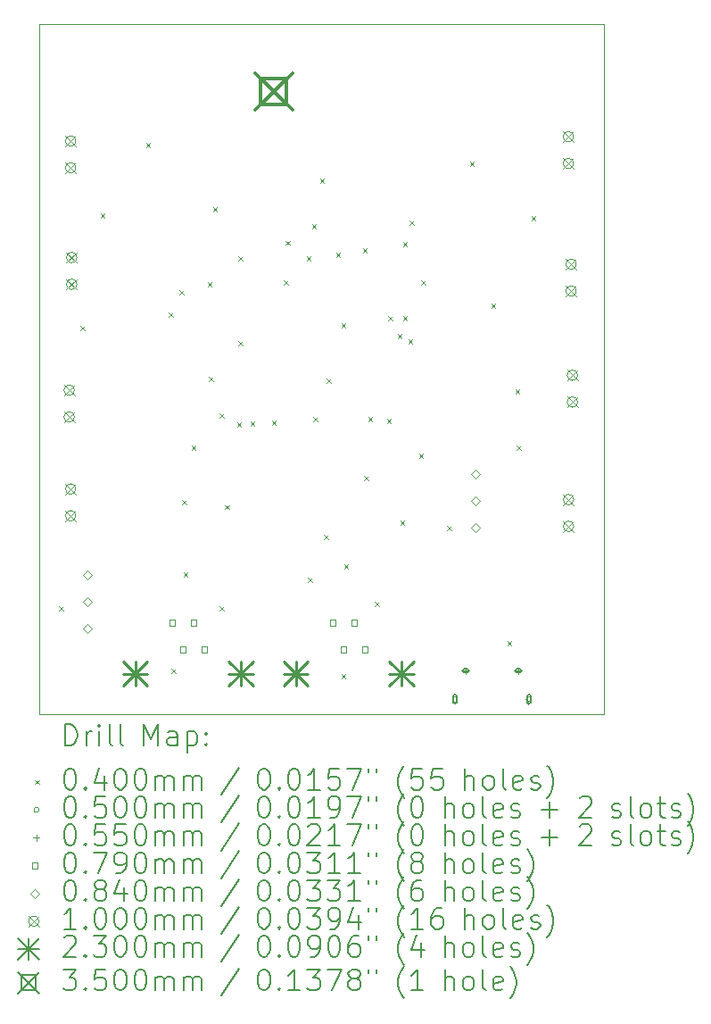
<source format=gbr>
%FSLAX45Y45*%
G04 Gerber Fmt 4.5, Leading zero omitted, Abs format (unit mm)*
G04 Created by KiCad (PCBNEW (6.99.0-1698-gc3bed8f6ee)) date 2022-10-05 21:42:47*
%MOMM*%
%LPD*%
G01*
G04 APERTURE LIST*
%TA.AperFunction,Profile*%
%ADD10C,0.100000*%
%TD*%
%ADD11C,0.200000*%
%ADD12C,0.040000*%
%ADD13C,0.050000*%
%ADD14C,0.055000*%
%ADD15C,0.079000*%
%ADD16C,0.084000*%
%ADD17C,0.100000*%
%ADD18C,0.230000*%
%ADD19C,0.350000*%
G04 APERTURE END LIST*
D10*
X10375900Y-6540500D02*
X15735300Y-6540500D01*
X15735300Y-6540500D02*
X15735300Y-13081000D01*
X15735300Y-13081000D02*
X10375900Y-13081000D01*
X10375900Y-13081000D02*
X10375900Y-6540500D01*
D11*
D12*
X10559100Y-12057700D02*
X10599100Y-12097700D01*
X10599100Y-12057700D02*
X10559100Y-12097700D01*
X10762300Y-9403400D02*
X10802300Y-9443400D01*
X10802300Y-9403400D02*
X10762300Y-9443400D01*
X10952800Y-8336600D02*
X10992800Y-8376600D01*
X10992800Y-8336600D02*
X10952800Y-8376600D01*
X11384600Y-7663500D02*
X11424600Y-7703500D01*
X11424600Y-7663500D02*
X11384600Y-7703500D01*
X11600500Y-9276400D02*
X11640500Y-9316400D01*
X11640500Y-9276400D02*
X11600500Y-9316400D01*
X11625900Y-12654600D02*
X11665900Y-12694600D01*
X11665900Y-12654600D02*
X11625900Y-12694600D01*
X11702100Y-9060500D02*
X11742100Y-9100500D01*
X11742100Y-9060500D02*
X11702100Y-9100500D01*
X11727500Y-11054400D02*
X11767500Y-11094400D01*
X11767500Y-11054400D02*
X11727500Y-11094400D01*
X11740200Y-11740200D02*
X11780200Y-11780200D01*
X11780200Y-11740200D02*
X11740200Y-11780200D01*
X11816400Y-10533700D02*
X11856400Y-10573700D01*
X11856400Y-10533700D02*
X11816400Y-10573700D01*
X11968800Y-8984300D02*
X12008800Y-9024300D01*
X12008800Y-8984300D02*
X11968800Y-9024300D01*
X11981500Y-9886000D02*
X12021500Y-9926000D01*
X12021500Y-9886000D02*
X11981500Y-9926000D01*
X12019600Y-8273100D02*
X12059600Y-8313100D01*
X12059600Y-8273100D02*
X12019600Y-8313100D01*
X12082600Y-10228900D02*
X12122600Y-10268900D01*
X12122600Y-10228900D02*
X12082600Y-10268900D01*
X12083100Y-12057700D02*
X12123100Y-12097700D01*
X12123100Y-12057700D02*
X12083100Y-12097700D01*
X12134495Y-11098797D02*
X12174495Y-11138797D01*
X12174495Y-11098797D02*
X12134495Y-11138797D01*
X12248200Y-10317800D02*
X12288200Y-10357800D01*
X12288200Y-10317800D02*
X12248200Y-10357800D01*
X12260900Y-8743000D02*
X12300900Y-8783000D01*
X12300900Y-8743000D02*
X12260900Y-8783000D01*
X12260900Y-9543100D02*
X12300900Y-9583100D01*
X12300900Y-9543100D02*
X12260900Y-9583100D01*
X12375200Y-10305100D02*
X12415200Y-10345100D01*
X12415200Y-10305100D02*
X12375200Y-10345100D01*
X12578400Y-10298850D02*
X12618400Y-10338850D01*
X12618400Y-10298850D02*
X12578400Y-10338850D01*
X12692700Y-8968126D02*
X12732700Y-9008126D01*
X12732700Y-8968126D02*
X12692700Y-9008126D01*
X12707784Y-8592985D02*
X12747784Y-8632985D01*
X12747784Y-8592985D02*
X12707784Y-8632985D01*
X12908600Y-8743000D02*
X12948600Y-8783000D01*
X12948600Y-8743000D02*
X12908600Y-8783000D01*
X12921300Y-11791000D02*
X12961300Y-11831000D01*
X12961300Y-11791000D02*
X12921300Y-11831000D01*
X12959400Y-8438200D02*
X12999400Y-8478200D01*
X12999400Y-8438200D02*
X12959400Y-8478200D01*
X12972100Y-10267000D02*
X13012100Y-10307000D01*
X13012100Y-10267000D02*
X12972100Y-10307000D01*
X13035600Y-8006400D02*
X13075600Y-8046400D01*
X13075600Y-8006400D02*
X13035600Y-8046400D01*
X13073700Y-11380850D02*
X13113700Y-11420850D01*
X13113700Y-11380850D02*
X13073700Y-11420850D01*
X13099100Y-9898700D02*
X13139100Y-9938700D01*
X13139100Y-9898700D02*
X13099100Y-9938700D01*
X13188000Y-8704900D02*
X13228000Y-8744900D01*
X13228000Y-8704900D02*
X13188000Y-8744900D01*
X13238800Y-9378000D02*
X13278800Y-9418000D01*
X13278800Y-9378000D02*
X13238800Y-9418000D01*
X13238800Y-12705400D02*
X13278800Y-12745400D01*
X13278800Y-12705400D02*
X13238800Y-12745400D01*
X13264200Y-11664000D02*
X13304200Y-11704000D01*
X13304200Y-11664000D02*
X13264200Y-11704000D01*
X13442000Y-8666800D02*
X13482000Y-8706800D01*
X13482000Y-8666800D02*
X13442000Y-8706800D01*
X13454700Y-10825800D02*
X13494700Y-10865800D01*
X13494700Y-10825800D02*
X13454700Y-10865800D01*
X13492800Y-10267000D02*
X13532800Y-10307000D01*
X13532800Y-10267000D02*
X13492800Y-10307000D01*
X13556300Y-12015850D02*
X13596300Y-12055850D01*
X13596300Y-12015850D02*
X13556300Y-12055850D01*
X13670600Y-10279700D02*
X13710600Y-10319700D01*
X13710600Y-10279700D02*
X13670600Y-10319700D01*
X13683300Y-9305550D02*
X13723300Y-9345550D01*
X13723300Y-9305550D02*
X13683300Y-9345550D01*
X13772630Y-9479170D02*
X13812630Y-9519170D01*
X13812630Y-9479170D02*
X13772630Y-9519170D01*
X13797600Y-11244900D02*
X13837600Y-11284900D01*
X13837600Y-11244900D02*
X13797600Y-11284900D01*
X13823000Y-8603300D02*
X13863000Y-8643300D01*
X13863000Y-8603300D02*
X13823000Y-8643300D01*
X13823000Y-9305550D02*
X13863000Y-9345550D01*
X13863000Y-9305550D02*
X13823000Y-9345550D01*
X13873800Y-9530400D02*
X13913800Y-9570400D01*
X13913800Y-9530400D02*
X13873800Y-9570400D01*
X13886500Y-8400100D02*
X13926500Y-8440100D01*
X13926500Y-8400100D02*
X13886500Y-8440100D01*
X13975400Y-10609900D02*
X14015400Y-10649900D01*
X14015400Y-10609900D02*
X13975400Y-10649900D01*
X13997602Y-8971600D02*
X14037602Y-9011600D01*
X14037602Y-8971600D02*
X13997602Y-9011600D01*
X14242100Y-11295700D02*
X14282100Y-11335700D01*
X14282100Y-11295700D02*
X14242100Y-11335700D01*
X14458000Y-7841300D02*
X14498000Y-7881300D01*
X14498000Y-7841300D02*
X14458000Y-7881300D01*
X14661200Y-9187500D02*
X14701200Y-9227500D01*
X14701200Y-9187500D02*
X14661200Y-9227500D01*
X14813600Y-12387900D02*
X14853600Y-12427900D01*
X14853600Y-12387900D02*
X14813600Y-12427900D01*
X14889800Y-10000300D02*
X14929800Y-10040300D01*
X14929800Y-10000300D02*
X14889800Y-10040300D01*
X14902500Y-10533700D02*
X14942500Y-10573700D01*
X14942500Y-10533700D02*
X14902500Y-10573700D01*
X15042200Y-8362000D02*
X15082200Y-8402000D01*
X15082200Y-8362000D02*
X15042200Y-8402000D01*
D13*
X14343500Y-12941300D02*
G75*
G03*
X14343500Y-12941300I-25000J0D01*
G01*
D11*
X14303500Y-12908800D02*
X14303500Y-12973800D01*
X14333500Y-12908800D02*
X14333500Y-12973800D01*
X14303500Y-12973800D02*
G75*
G03*
X14333500Y-12973800I15000J0D01*
G01*
X14333500Y-12908800D02*
G75*
G03*
X14303500Y-12908800I-15000J0D01*
G01*
D13*
X15043500Y-12941300D02*
G75*
G03*
X15043500Y-12941300I-25000J0D01*
G01*
D11*
X15003500Y-12908800D02*
X15003500Y-12973800D01*
X15033500Y-12908800D02*
X15033500Y-12973800D01*
X15003500Y-12973800D02*
G75*
G03*
X15033500Y-12973800I15000J0D01*
G01*
X15033500Y-12908800D02*
G75*
G03*
X15003500Y-12908800I-15000J0D01*
G01*
D14*
X14418500Y-12643800D02*
X14418500Y-12698800D01*
X14391000Y-12671300D02*
X14446000Y-12671300D01*
D11*
X14403500Y-12688800D02*
X14433500Y-12688800D01*
X14403500Y-12653800D02*
X14433500Y-12653800D01*
X14433500Y-12688800D02*
G75*
G03*
X14433500Y-12653800I0J17500D01*
G01*
X14403500Y-12653800D02*
G75*
G03*
X14403500Y-12688800I0J-17500D01*
G01*
D14*
X14918500Y-12643800D02*
X14918500Y-12698800D01*
X14891000Y-12671300D02*
X14946000Y-12671300D01*
D11*
X14903500Y-12688800D02*
X14933500Y-12688800D01*
X14903500Y-12653800D02*
X14933500Y-12653800D01*
X14933500Y-12688800D02*
G75*
G03*
X14933500Y-12653800I0J17500D01*
G01*
X14903500Y-12653800D02*
G75*
G03*
X14903500Y-12688800I0J-17500D01*
G01*
D15*
X11660531Y-12243131D02*
X11660531Y-12187269D01*
X11604669Y-12187269D01*
X11604669Y-12243131D01*
X11660531Y-12243131D01*
X11762531Y-12497131D02*
X11762531Y-12441269D01*
X11706669Y-12441269D01*
X11706669Y-12497131D01*
X11762531Y-12497131D01*
X11864531Y-12243131D02*
X11864531Y-12187269D01*
X11808669Y-12187269D01*
X11808669Y-12243131D01*
X11864531Y-12243131D01*
X11966531Y-12497131D02*
X11966531Y-12441269D01*
X11910669Y-12441269D01*
X11910669Y-12497131D01*
X11966531Y-12497131D01*
X13184531Y-12243131D02*
X13184531Y-12187269D01*
X13128669Y-12187269D01*
X13128669Y-12243131D01*
X13184531Y-12243131D01*
X13286531Y-12497131D02*
X13286531Y-12441269D01*
X13230669Y-12441269D01*
X13230669Y-12497131D01*
X13286531Y-12497131D01*
X13388531Y-12243131D02*
X13388531Y-12187269D01*
X13332669Y-12187269D01*
X13332669Y-12243131D01*
X13388531Y-12243131D01*
X13490531Y-12497131D02*
X13490531Y-12441269D01*
X13434669Y-12441269D01*
X13434669Y-12497131D01*
X13490531Y-12497131D01*
D16*
X10833100Y-11802200D02*
X10875100Y-11760200D01*
X10833100Y-11718200D01*
X10791100Y-11760200D01*
X10833100Y-11802200D01*
X10833100Y-12056200D02*
X10875100Y-12014200D01*
X10833100Y-11972200D01*
X10791100Y-12014200D01*
X10833100Y-12056200D01*
X10833100Y-12310200D02*
X10875100Y-12268200D01*
X10833100Y-12226200D01*
X10791100Y-12268200D01*
X10833100Y-12310200D01*
X14516100Y-10849700D02*
X14558100Y-10807700D01*
X14516100Y-10765700D01*
X14474100Y-10807700D01*
X14516100Y-10849700D01*
X14516100Y-11103700D02*
X14558100Y-11061700D01*
X14516100Y-11019700D01*
X14474100Y-11061700D01*
X14516100Y-11103700D01*
X14516100Y-11357700D02*
X14558100Y-11315700D01*
X14516100Y-11273700D01*
X14474100Y-11315700D01*
X14516100Y-11357700D01*
D17*
X10607800Y-9959600D02*
X10707800Y-10059600D01*
X10707800Y-9959600D02*
X10607800Y-10059600D01*
X10707800Y-10009600D02*
G75*
G03*
X10707800Y-10009600I-50000J0D01*
G01*
X10607800Y-10213600D02*
X10707800Y-10313600D01*
X10707800Y-10213600D02*
X10607800Y-10313600D01*
X10707800Y-10263600D02*
G75*
G03*
X10707800Y-10263600I-50000J0D01*
G01*
X10620500Y-7597400D02*
X10720500Y-7697400D01*
X10720500Y-7597400D02*
X10620500Y-7697400D01*
X10720500Y-7647400D02*
G75*
G03*
X10720500Y-7647400I-50000J0D01*
G01*
X10620500Y-7851400D02*
X10720500Y-7951400D01*
X10720500Y-7851400D02*
X10620500Y-7951400D01*
X10720500Y-7901400D02*
G75*
G03*
X10720500Y-7901400I-50000J0D01*
G01*
X10620500Y-10897400D02*
X10720500Y-10997400D01*
X10720500Y-10897400D02*
X10620500Y-10997400D01*
X10720500Y-10947400D02*
G75*
G03*
X10720500Y-10947400I-50000J0D01*
G01*
X10620500Y-11151400D02*
X10720500Y-11251400D01*
X10720500Y-11151400D02*
X10620500Y-11251400D01*
X10720500Y-11201400D02*
G75*
G03*
X10720500Y-11201400I-50000J0D01*
G01*
X10630700Y-8702300D02*
X10730700Y-8802300D01*
X10730700Y-8702300D02*
X10630700Y-8802300D01*
X10730700Y-8752300D02*
G75*
G03*
X10730700Y-8752300I-50000J0D01*
G01*
X10630700Y-8956300D02*
X10730700Y-9056300D01*
X10730700Y-8956300D02*
X10630700Y-9056300D01*
X10730700Y-9006300D02*
G75*
G03*
X10730700Y-9006300I-50000J0D01*
G01*
X15344900Y-7556125D02*
X15444900Y-7656125D01*
X15444900Y-7556125D02*
X15344900Y-7656125D01*
X15444900Y-7606125D02*
G75*
G03*
X15444900Y-7606125I-50000J0D01*
G01*
X15344900Y-7810125D02*
X15444900Y-7910125D01*
X15444900Y-7810125D02*
X15344900Y-7910125D01*
X15444900Y-7860125D02*
G75*
G03*
X15444900Y-7860125I-50000J0D01*
G01*
X15344900Y-10997825D02*
X15444900Y-11097825D01*
X15444900Y-10997825D02*
X15344900Y-11097825D01*
X15444900Y-11047825D02*
G75*
G03*
X15444900Y-11047825I-50000J0D01*
G01*
X15344900Y-11251825D02*
X15444900Y-11351825D01*
X15444900Y-11251825D02*
X15344900Y-11351825D01*
X15444900Y-11301825D02*
G75*
G03*
X15444900Y-11301825I-50000J0D01*
G01*
X15370300Y-8765800D02*
X15470300Y-8865800D01*
X15470300Y-8765800D02*
X15370300Y-8865800D01*
X15470300Y-8815800D02*
G75*
G03*
X15470300Y-8815800I-50000J0D01*
G01*
X15370300Y-9019800D02*
X15470300Y-9119800D01*
X15470300Y-9019800D02*
X15370300Y-9119800D01*
X15470300Y-9069800D02*
G75*
G03*
X15470300Y-9069800I-50000J0D01*
G01*
X15383000Y-9817900D02*
X15483000Y-9917900D01*
X15483000Y-9817900D02*
X15383000Y-9917900D01*
X15483000Y-9867900D02*
G75*
G03*
X15483000Y-9867900I-50000J0D01*
G01*
X15383000Y-10071900D02*
X15483000Y-10171900D01*
X15483000Y-10071900D02*
X15383000Y-10171900D01*
X15483000Y-10121900D02*
G75*
G03*
X15483000Y-10121900I-50000J0D01*
G01*
D18*
X11170600Y-12584200D02*
X11400600Y-12814200D01*
X11400600Y-12584200D02*
X11170600Y-12814200D01*
X11285600Y-12584200D02*
X11285600Y-12814200D01*
X11170600Y-12699200D02*
X11400600Y-12699200D01*
X12170600Y-12584200D02*
X12400600Y-12814200D01*
X12400600Y-12584200D02*
X12170600Y-12814200D01*
X12285600Y-12584200D02*
X12285600Y-12814200D01*
X12170600Y-12699200D02*
X12400600Y-12699200D01*
X12694600Y-12584200D02*
X12924600Y-12814200D01*
X12924600Y-12584200D02*
X12694600Y-12814200D01*
X12809600Y-12584200D02*
X12809600Y-12814200D01*
X12694600Y-12699200D02*
X12924600Y-12699200D01*
X13694600Y-12584200D02*
X13924600Y-12814200D01*
X13924600Y-12584200D02*
X13694600Y-12814200D01*
X13809600Y-12584200D02*
X13809600Y-12814200D01*
X13694600Y-12699200D02*
X13924600Y-12699200D01*
D19*
X12422950Y-7003325D02*
X12772950Y-7353325D01*
X12772950Y-7003325D02*
X12422950Y-7353325D01*
X12721695Y-7302070D02*
X12721695Y-7054580D01*
X12474205Y-7054580D01*
X12474205Y-7302070D01*
X12721695Y-7302070D01*
D11*
X10618519Y-13379476D02*
X10618519Y-13179476D01*
X10618519Y-13179476D02*
X10666138Y-13179476D01*
X10666138Y-13179476D02*
X10694710Y-13189000D01*
X10694710Y-13189000D02*
X10713757Y-13208048D01*
X10713757Y-13208048D02*
X10723281Y-13227095D01*
X10723281Y-13227095D02*
X10732805Y-13265190D01*
X10732805Y-13265190D02*
X10732805Y-13293762D01*
X10732805Y-13293762D02*
X10723281Y-13331857D01*
X10723281Y-13331857D02*
X10713757Y-13350905D01*
X10713757Y-13350905D02*
X10694710Y-13369952D01*
X10694710Y-13369952D02*
X10666138Y-13379476D01*
X10666138Y-13379476D02*
X10618519Y-13379476D01*
X10818519Y-13379476D02*
X10818519Y-13246143D01*
X10818519Y-13284238D02*
X10828043Y-13265190D01*
X10828043Y-13265190D02*
X10837567Y-13255667D01*
X10837567Y-13255667D02*
X10856614Y-13246143D01*
X10856614Y-13246143D02*
X10875662Y-13246143D01*
X10942329Y-13379476D02*
X10942329Y-13246143D01*
X10942329Y-13179476D02*
X10932805Y-13189000D01*
X10932805Y-13189000D02*
X10942329Y-13198524D01*
X10942329Y-13198524D02*
X10951852Y-13189000D01*
X10951852Y-13189000D02*
X10942329Y-13179476D01*
X10942329Y-13179476D02*
X10942329Y-13198524D01*
X11066138Y-13379476D02*
X11047090Y-13369952D01*
X11047090Y-13369952D02*
X11037567Y-13350905D01*
X11037567Y-13350905D02*
X11037567Y-13179476D01*
X11170900Y-13379476D02*
X11151852Y-13369952D01*
X11151852Y-13369952D02*
X11142329Y-13350905D01*
X11142329Y-13350905D02*
X11142329Y-13179476D01*
X11367090Y-13379476D02*
X11367090Y-13179476D01*
X11367090Y-13179476D02*
X11433757Y-13322333D01*
X11433757Y-13322333D02*
X11500424Y-13179476D01*
X11500424Y-13179476D02*
X11500424Y-13379476D01*
X11681376Y-13379476D02*
X11681376Y-13274714D01*
X11681376Y-13274714D02*
X11671852Y-13255667D01*
X11671852Y-13255667D02*
X11652805Y-13246143D01*
X11652805Y-13246143D02*
X11614709Y-13246143D01*
X11614709Y-13246143D02*
X11595662Y-13255667D01*
X11681376Y-13369952D02*
X11662328Y-13379476D01*
X11662328Y-13379476D02*
X11614709Y-13379476D01*
X11614709Y-13379476D02*
X11595662Y-13369952D01*
X11595662Y-13369952D02*
X11586138Y-13350905D01*
X11586138Y-13350905D02*
X11586138Y-13331857D01*
X11586138Y-13331857D02*
X11595662Y-13312809D01*
X11595662Y-13312809D02*
X11614709Y-13303286D01*
X11614709Y-13303286D02*
X11662328Y-13303286D01*
X11662328Y-13303286D02*
X11681376Y-13293762D01*
X11776614Y-13246143D02*
X11776614Y-13446143D01*
X11776614Y-13255667D02*
X11795662Y-13246143D01*
X11795662Y-13246143D02*
X11833757Y-13246143D01*
X11833757Y-13246143D02*
X11852805Y-13255667D01*
X11852805Y-13255667D02*
X11862328Y-13265190D01*
X11862328Y-13265190D02*
X11871852Y-13284238D01*
X11871852Y-13284238D02*
X11871852Y-13341381D01*
X11871852Y-13341381D02*
X11862328Y-13360428D01*
X11862328Y-13360428D02*
X11852805Y-13369952D01*
X11852805Y-13369952D02*
X11833757Y-13379476D01*
X11833757Y-13379476D02*
X11795662Y-13379476D01*
X11795662Y-13379476D02*
X11776614Y-13369952D01*
X11957567Y-13360428D02*
X11967090Y-13369952D01*
X11967090Y-13369952D02*
X11957567Y-13379476D01*
X11957567Y-13379476D02*
X11948043Y-13369952D01*
X11948043Y-13369952D02*
X11957567Y-13360428D01*
X11957567Y-13360428D02*
X11957567Y-13379476D01*
X11957567Y-13255667D02*
X11967090Y-13265190D01*
X11967090Y-13265190D02*
X11957567Y-13274714D01*
X11957567Y-13274714D02*
X11948043Y-13265190D01*
X11948043Y-13265190D02*
X11957567Y-13255667D01*
X11957567Y-13255667D02*
X11957567Y-13274714D01*
D12*
X10330900Y-13706000D02*
X10370900Y-13746000D01*
X10370900Y-13706000D02*
X10330900Y-13746000D01*
D11*
X10656614Y-13599476D02*
X10675662Y-13599476D01*
X10675662Y-13599476D02*
X10694710Y-13609000D01*
X10694710Y-13609000D02*
X10704233Y-13618524D01*
X10704233Y-13618524D02*
X10713757Y-13637571D01*
X10713757Y-13637571D02*
X10723281Y-13675667D01*
X10723281Y-13675667D02*
X10723281Y-13723286D01*
X10723281Y-13723286D02*
X10713757Y-13761381D01*
X10713757Y-13761381D02*
X10704233Y-13780428D01*
X10704233Y-13780428D02*
X10694710Y-13789952D01*
X10694710Y-13789952D02*
X10675662Y-13799476D01*
X10675662Y-13799476D02*
X10656614Y-13799476D01*
X10656614Y-13799476D02*
X10637567Y-13789952D01*
X10637567Y-13789952D02*
X10628043Y-13780428D01*
X10628043Y-13780428D02*
X10618519Y-13761381D01*
X10618519Y-13761381D02*
X10608995Y-13723286D01*
X10608995Y-13723286D02*
X10608995Y-13675667D01*
X10608995Y-13675667D02*
X10618519Y-13637571D01*
X10618519Y-13637571D02*
X10628043Y-13618524D01*
X10628043Y-13618524D02*
X10637567Y-13609000D01*
X10637567Y-13609000D02*
X10656614Y-13599476D01*
X10808995Y-13780428D02*
X10818519Y-13789952D01*
X10818519Y-13789952D02*
X10808995Y-13799476D01*
X10808995Y-13799476D02*
X10799471Y-13789952D01*
X10799471Y-13789952D02*
X10808995Y-13780428D01*
X10808995Y-13780428D02*
X10808995Y-13799476D01*
X10989948Y-13666143D02*
X10989948Y-13799476D01*
X10942329Y-13589952D02*
X10894710Y-13732809D01*
X10894710Y-13732809D02*
X11018519Y-13732809D01*
X11132805Y-13599476D02*
X11151852Y-13599476D01*
X11151852Y-13599476D02*
X11170900Y-13609000D01*
X11170900Y-13609000D02*
X11180424Y-13618524D01*
X11180424Y-13618524D02*
X11189948Y-13637571D01*
X11189948Y-13637571D02*
X11199471Y-13675667D01*
X11199471Y-13675667D02*
X11199471Y-13723286D01*
X11199471Y-13723286D02*
X11189948Y-13761381D01*
X11189948Y-13761381D02*
X11180424Y-13780428D01*
X11180424Y-13780428D02*
X11170900Y-13789952D01*
X11170900Y-13789952D02*
X11151852Y-13799476D01*
X11151852Y-13799476D02*
X11132805Y-13799476D01*
X11132805Y-13799476D02*
X11113757Y-13789952D01*
X11113757Y-13789952D02*
X11104233Y-13780428D01*
X11104233Y-13780428D02*
X11094710Y-13761381D01*
X11094710Y-13761381D02*
X11085186Y-13723286D01*
X11085186Y-13723286D02*
X11085186Y-13675667D01*
X11085186Y-13675667D02*
X11094710Y-13637571D01*
X11094710Y-13637571D02*
X11104233Y-13618524D01*
X11104233Y-13618524D02*
X11113757Y-13609000D01*
X11113757Y-13609000D02*
X11132805Y-13599476D01*
X11323281Y-13599476D02*
X11342329Y-13599476D01*
X11342329Y-13599476D02*
X11361376Y-13609000D01*
X11361376Y-13609000D02*
X11370900Y-13618524D01*
X11370900Y-13618524D02*
X11380424Y-13637571D01*
X11380424Y-13637571D02*
X11389948Y-13675667D01*
X11389948Y-13675667D02*
X11389948Y-13723286D01*
X11389948Y-13723286D02*
X11380424Y-13761381D01*
X11380424Y-13761381D02*
X11370900Y-13780428D01*
X11370900Y-13780428D02*
X11361376Y-13789952D01*
X11361376Y-13789952D02*
X11342329Y-13799476D01*
X11342329Y-13799476D02*
X11323281Y-13799476D01*
X11323281Y-13799476D02*
X11304233Y-13789952D01*
X11304233Y-13789952D02*
X11294709Y-13780428D01*
X11294709Y-13780428D02*
X11285186Y-13761381D01*
X11285186Y-13761381D02*
X11275662Y-13723286D01*
X11275662Y-13723286D02*
X11275662Y-13675667D01*
X11275662Y-13675667D02*
X11285186Y-13637571D01*
X11285186Y-13637571D02*
X11294709Y-13618524D01*
X11294709Y-13618524D02*
X11304233Y-13609000D01*
X11304233Y-13609000D02*
X11323281Y-13599476D01*
X11475662Y-13799476D02*
X11475662Y-13666143D01*
X11475662Y-13685190D02*
X11485186Y-13675667D01*
X11485186Y-13675667D02*
X11504233Y-13666143D01*
X11504233Y-13666143D02*
X11532805Y-13666143D01*
X11532805Y-13666143D02*
X11551852Y-13675667D01*
X11551852Y-13675667D02*
X11561376Y-13694714D01*
X11561376Y-13694714D02*
X11561376Y-13799476D01*
X11561376Y-13694714D02*
X11570900Y-13675667D01*
X11570900Y-13675667D02*
X11589948Y-13666143D01*
X11589948Y-13666143D02*
X11618519Y-13666143D01*
X11618519Y-13666143D02*
X11637567Y-13675667D01*
X11637567Y-13675667D02*
X11647090Y-13694714D01*
X11647090Y-13694714D02*
X11647090Y-13799476D01*
X11742329Y-13799476D02*
X11742329Y-13666143D01*
X11742329Y-13685190D02*
X11751852Y-13675667D01*
X11751852Y-13675667D02*
X11770900Y-13666143D01*
X11770900Y-13666143D02*
X11799471Y-13666143D01*
X11799471Y-13666143D02*
X11818519Y-13675667D01*
X11818519Y-13675667D02*
X11828043Y-13694714D01*
X11828043Y-13694714D02*
X11828043Y-13799476D01*
X11828043Y-13694714D02*
X11837567Y-13675667D01*
X11837567Y-13675667D02*
X11856614Y-13666143D01*
X11856614Y-13666143D02*
X11885186Y-13666143D01*
X11885186Y-13666143D02*
X11904233Y-13675667D01*
X11904233Y-13675667D02*
X11913757Y-13694714D01*
X11913757Y-13694714D02*
X11913757Y-13799476D01*
X12271852Y-13589952D02*
X12100424Y-13847095D01*
X12496614Y-13599476D02*
X12515662Y-13599476D01*
X12515662Y-13599476D02*
X12534710Y-13609000D01*
X12534710Y-13609000D02*
X12544233Y-13618524D01*
X12544233Y-13618524D02*
X12553757Y-13637571D01*
X12553757Y-13637571D02*
X12563281Y-13675667D01*
X12563281Y-13675667D02*
X12563281Y-13723286D01*
X12563281Y-13723286D02*
X12553757Y-13761381D01*
X12553757Y-13761381D02*
X12544233Y-13780428D01*
X12544233Y-13780428D02*
X12534710Y-13789952D01*
X12534710Y-13789952D02*
X12515662Y-13799476D01*
X12515662Y-13799476D02*
X12496614Y-13799476D01*
X12496614Y-13799476D02*
X12477567Y-13789952D01*
X12477567Y-13789952D02*
X12468043Y-13780428D01*
X12468043Y-13780428D02*
X12458519Y-13761381D01*
X12458519Y-13761381D02*
X12448995Y-13723286D01*
X12448995Y-13723286D02*
X12448995Y-13675667D01*
X12448995Y-13675667D02*
X12458519Y-13637571D01*
X12458519Y-13637571D02*
X12468043Y-13618524D01*
X12468043Y-13618524D02*
X12477567Y-13609000D01*
X12477567Y-13609000D02*
X12496614Y-13599476D01*
X12648995Y-13780428D02*
X12658519Y-13789952D01*
X12658519Y-13789952D02*
X12648995Y-13799476D01*
X12648995Y-13799476D02*
X12639471Y-13789952D01*
X12639471Y-13789952D02*
X12648995Y-13780428D01*
X12648995Y-13780428D02*
X12648995Y-13799476D01*
X12782329Y-13599476D02*
X12801376Y-13599476D01*
X12801376Y-13599476D02*
X12820424Y-13609000D01*
X12820424Y-13609000D02*
X12829948Y-13618524D01*
X12829948Y-13618524D02*
X12839471Y-13637571D01*
X12839471Y-13637571D02*
X12848995Y-13675667D01*
X12848995Y-13675667D02*
X12848995Y-13723286D01*
X12848995Y-13723286D02*
X12839471Y-13761381D01*
X12839471Y-13761381D02*
X12829948Y-13780428D01*
X12829948Y-13780428D02*
X12820424Y-13789952D01*
X12820424Y-13789952D02*
X12801376Y-13799476D01*
X12801376Y-13799476D02*
X12782329Y-13799476D01*
X12782329Y-13799476D02*
X12763281Y-13789952D01*
X12763281Y-13789952D02*
X12753757Y-13780428D01*
X12753757Y-13780428D02*
X12744233Y-13761381D01*
X12744233Y-13761381D02*
X12734710Y-13723286D01*
X12734710Y-13723286D02*
X12734710Y-13675667D01*
X12734710Y-13675667D02*
X12744233Y-13637571D01*
X12744233Y-13637571D02*
X12753757Y-13618524D01*
X12753757Y-13618524D02*
X12763281Y-13609000D01*
X12763281Y-13609000D02*
X12782329Y-13599476D01*
X13039471Y-13799476D02*
X12925186Y-13799476D01*
X12982329Y-13799476D02*
X12982329Y-13599476D01*
X12982329Y-13599476D02*
X12963281Y-13628048D01*
X12963281Y-13628048D02*
X12944233Y-13647095D01*
X12944233Y-13647095D02*
X12925186Y-13656619D01*
X13220424Y-13599476D02*
X13125186Y-13599476D01*
X13125186Y-13599476D02*
X13115662Y-13694714D01*
X13115662Y-13694714D02*
X13125186Y-13685190D01*
X13125186Y-13685190D02*
X13144233Y-13675667D01*
X13144233Y-13675667D02*
X13191852Y-13675667D01*
X13191852Y-13675667D02*
X13210900Y-13685190D01*
X13210900Y-13685190D02*
X13220424Y-13694714D01*
X13220424Y-13694714D02*
X13229948Y-13713762D01*
X13229948Y-13713762D02*
X13229948Y-13761381D01*
X13229948Y-13761381D02*
X13220424Y-13780428D01*
X13220424Y-13780428D02*
X13210900Y-13789952D01*
X13210900Y-13789952D02*
X13191852Y-13799476D01*
X13191852Y-13799476D02*
X13144233Y-13799476D01*
X13144233Y-13799476D02*
X13125186Y-13789952D01*
X13125186Y-13789952D02*
X13115662Y-13780428D01*
X13296614Y-13599476D02*
X13429948Y-13599476D01*
X13429948Y-13599476D02*
X13344233Y-13799476D01*
X13496614Y-13599476D02*
X13496614Y-13637571D01*
X13572805Y-13599476D02*
X13572805Y-13637571D01*
X13835662Y-13875667D02*
X13826138Y-13866143D01*
X13826138Y-13866143D02*
X13807091Y-13837571D01*
X13807091Y-13837571D02*
X13797567Y-13818524D01*
X13797567Y-13818524D02*
X13788043Y-13789952D01*
X13788043Y-13789952D02*
X13778519Y-13742333D01*
X13778519Y-13742333D02*
X13778519Y-13704238D01*
X13778519Y-13704238D02*
X13788043Y-13656619D01*
X13788043Y-13656619D02*
X13797567Y-13628048D01*
X13797567Y-13628048D02*
X13807091Y-13609000D01*
X13807091Y-13609000D02*
X13826138Y-13580428D01*
X13826138Y-13580428D02*
X13835662Y-13570905D01*
X14007091Y-13599476D02*
X13911852Y-13599476D01*
X13911852Y-13599476D02*
X13902329Y-13694714D01*
X13902329Y-13694714D02*
X13911852Y-13685190D01*
X13911852Y-13685190D02*
X13930900Y-13675667D01*
X13930900Y-13675667D02*
X13978519Y-13675667D01*
X13978519Y-13675667D02*
X13997567Y-13685190D01*
X13997567Y-13685190D02*
X14007091Y-13694714D01*
X14007091Y-13694714D02*
X14016614Y-13713762D01*
X14016614Y-13713762D02*
X14016614Y-13761381D01*
X14016614Y-13761381D02*
X14007091Y-13780428D01*
X14007091Y-13780428D02*
X13997567Y-13789952D01*
X13997567Y-13789952D02*
X13978519Y-13799476D01*
X13978519Y-13799476D02*
X13930900Y-13799476D01*
X13930900Y-13799476D02*
X13911852Y-13789952D01*
X13911852Y-13789952D02*
X13902329Y-13780428D01*
X14197567Y-13599476D02*
X14102329Y-13599476D01*
X14102329Y-13599476D02*
X14092805Y-13694714D01*
X14092805Y-13694714D02*
X14102329Y-13685190D01*
X14102329Y-13685190D02*
X14121376Y-13675667D01*
X14121376Y-13675667D02*
X14168995Y-13675667D01*
X14168995Y-13675667D02*
X14188043Y-13685190D01*
X14188043Y-13685190D02*
X14197567Y-13694714D01*
X14197567Y-13694714D02*
X14207091Y-13713762D01*
X14207091Y-13713762D02*
X14207091Y-13761381D01*
X14207091Y-13761381D02*
X14197567Y-13780428D01*
X14197567Y-13780428D02*
X14188043Y-13789952D01*
X14188043Y-13789952D02*
X14168995Y-13799476D01*
X14168995Y-13799476D02*
X14121376Y-13799476D01*
X14121376Y-13799476D02*
X14102329Y-13789952D01*
X14102329Y-13789952D02*
X14092805Y-13780428D01*
X14412805Y-13799476D02*
X14412805Y-13599476D01*
X14498519Y-13799476D02*
X14498519Y-13694714D01*
X14498519Y-13694714D02*
X14488995Y-13675667D01*
X14488995Y-13675667D02*
X14469948Y-13666143D01*
X14469948Y-13666143D02*
X14441376Y-13666143D01*
X14441376Y-13666143D02*
X14422329Y-13675667D01*
X14422329Y-13675667D02*
X14412805Y-13685190D01*
X14622329Y-13799476D02*
X14603281Y-13789952D01*
X14603281Y-13789952D02*
X14593757Y-13780428D01*
X14593757Y-13780428D02*
X14584233Y-13761381D01*
X14584233Y-13761381D02*
X14584233Y-13704238D01*
X14584233Y-13704238D02*
X14593757Y-13685190D01*
X14593757Y-13685190D02*
X14603281Y-13675667D01*
X14603281Y-13675667D02*
X14622329Y-13666143D01*
X14622329Y-13666143D02*
X14650900Y-13666143D01*
X14650900Y-13666143D02*
X14669948Y-13675667D01*
X14669948Y-13675667D02*
X14679472Y-13685190D01*
X14679472Y-13685190D02*
X14688995Y-13704238D01*
X14688995Y-13704238D02*
X14688995Y-13761381D01*
X14688995Y-13761381D02*
X14679472Y-13780428D01*
X14679472Y-13780428D02*
X14669948Y-13789952D01*
X14669948Y-13789952D02*
X14650900Y-13799476D01*
X14650900Y-13799476D02*
X14622329Y-13799476D01*
X14803281Y-13799476D02*
X14784233Y-13789952D01*
X14784233Y-13789952D02*
X14774710Y-13770905D01*
X14774710Y-13770905D02*
X14774710Y-13599476D01*
X14955662Y-13789952D02*
X14936614Y-13799476D01*
X14936614Y-13799476D02*
X14898519Y-13799476D01*
X14898519Y-13799476D02*
X14879472Y-13789952D01*
X14879472Y-13789952D02*
X14869948Y-13770905D01*
X14869948Y-13770905D02*
X14869948Y-13694714D01*
X14869948Y-13694714D02*
X14879472Y-13675667D01*
X14879472Y-13675667D02*
X14898519Y-13666143D01*
X14898519Y-13666143D02*
X14936614Y-13666143D01*
X14936614Y-13666143D02*
X14955662Y-13675667D01*
X14955662Y-13675667D02*
X14965186Y-13694714D01*
X14965186Y-13694714D02*
X14965186Y-13713762D01*
X14965186Y-13713762D02*
X14869948Y-13732809D01*
X15041376Y-13789952D02*
X15060424Y-13799476D01*
X15060424Y-13799476D02*
X15098519Y-13799476D01*
X15098519Y-13799476D02*
X15117567Y-13789952D01*
X15117567Y-13789952D02*
X15127091Y-13770905D01*
X15127091Y-13770905D02*
X15127091Y-13761381D01*
X15127091Y-13761381D02*
X15117567Y-13742333D01*
X15117567Y-13742333D02*
X15098519Y-13732809D01*
X15098519Y-13732809D02*
X15069948Y-13732809D01*
X15069948Y-13732809D02*
X15050900Y-13723286D01*
X15050900Y-13723286D02*
X15041376Y-13704238D01*
X15041376Y-13704238D02*
X15041376Y-13694714D01*
X15041376Y-13694714D02*
X15050900Y-13675667D01*
X15050900Y-13675667D02*
X15069948Y-13666143D01*
X15069948Y-13666143D02*
X15098519Y-13666143D01*
X15098519Y-13666143D02*
X15117567Y-13675667D01*
X15193757Y-13875667D02*
X15203281Y-13866143D01*
X15203281Y-13866143D02*
X15222329Y-13837571D01*
X15222329Y-13837571D02*
X15231853Y-13818524D01*
X15231853Y-13818524D02*
X15241376Y-13789952D01*
X15241376Y-13789952D02*
X15250900Y-13742333D01*
X15250900Y-13742333D02*
X15250900Y-13704238D01*
X15250900Y-13704238D02*
X15241376Y-13656619D01*
X15241376Y-13656619D02*
X15231853Y-13628048D01*
X15231853Y-13628048D02*
X15222329Y-13609000D01*
X15222329Y-13609000D02*
X15203281Y-13580428D01*
X15203281Y-13580428D02*
X15193757Y-13570905D01*
D13*
X10370900Y-13990000D02*
G75*
G03*
X10370900Y-13990000I-25000J0D01*
G01*
D11*
X10656614Y-13863476D02*
X10675662Y-13863476D01*
X10675662Y-13863476D02*
X10694710Y-13873000D01*
X10694710Y-13873000D02*
X10704233Y-13882524D01*
X10704233Y-13882524D02*
X10713757Y-13901571D01*
X10713757Y-13901571D02*
X10723281Y-13939667D01*
X10723281Y-13939667D02*
X10723281Y-13987286D01*
X10723281Y-13987286D02*
X10713757Y-14025381D01*
X10713757Y-14025381D02*
X10704233Y-14044428D01*
X10704233Y-14044428D02*
X10694710Y-14053952D01*
X10694710Y-14053952D02*
X10675662Y-14063476D01*
X10675662Y-14063476D02*
X10656614Y-14063476D01*
X10656614Y-14063476D02*
X10637567Y-14053952D01*
X10637567Y-14053952D02*
X10628043Y-14044428D01*
X10628043Y-14044428D02*
X10618519Y-14025381D01*
X10618519Y-14025381D02*
X10608995Y-13987286D01*
X10608995Y-13987286D02*
X10608995Y-13939667D01*
X10608995Y-13939667D02*
X10618519Y-13901571D01*
X10618519Y-13901571D02*
X10628043Y-13882524D01*
X10628043Y-13882524D02*
X10637567Y-13873000D01*
X10637567Y-13873000D02*
X10656614Y-13863476D01*
X10808995Y-14044428D02*
X10818519Y-14053952D01*
X10818519Y-14053952D02*
X10808995Y-14063476D01*
X10808995Y-14063476D02*
X10799471Y-14053952D01*
X10799471Y-14053952D02*
X10808995Y-14044428D01*
X10808995Y-14044428D02*
X10808995Y-14063476D01*
X10999471Y-13863476D02*
X10904233Y-13863476D01*
X10904233Y-13863476D02*
X10894710Y-13958714D01*
X10894710Y-13958714D02*
X10904233Y-13949190D01*
X10904233Y-13949190D02*
X10923281Y-13939667D01*
X10923281Y-13939667D02*
X10970900Y-13939667D01*
X10970900Y-13939667D02*
X10989948Y-13949190D01*
X10989948Y-13949190D02*
X10999471Y-13958714D01*
X10999471Y-13958714D02*
X11008995Y-13977762D01*
X11008995Y-13977762D02*
X11008995Y-14025381D01*
X11008995Y-14025381D02*
X10999471Y-14044428D01*
X10999471Y-14044428D02*
X10989948Y-14053952D01*
X10989948Y-14053952D02*
X10970900Y-14063476D01*
X10970900Y-14063476D02*
X10923281Y-14063476D01*
X10923281Y-14063476D02*
X10904233Y-14053952D01*
X10904233Y-14053952D02*
X10894710Y-14044428D01*
X11132805Y-13863476D02*
X11151852Y-13863476D01*
X11151852Y-13863476D02*
X11170900Y-13873000D01*
X11170900Y-13873000D02*
X11180424Y-13882524D01*
X11180424Y-13882524D02*
X11189948Y-13901571D01*
X11189948Y-13901571D02*
X11199471Y-13939667D01*
X11199471Y-13939667D02*
X11199471Y-13987286D01*
X11199471Y-13987286D02*
X11189948Y-14025381D01*
X11189948Y-14025381D02*
X11180424Y-14044428D01*
X11180424Y-14044428D02*
X11170900Y-14053952D01*
X11170900Y-14053952D02*
X11151852Y-14063476D01*
X11151852Y-14063476D02*
X11132805Y-14063476D01*
X11132805Y-14063476D02*
X11113757Y-14053952D01*
X11113757Y-14053952D02*
X11104233Y-14044428D01*
X11104233Y-14044428D02*
X11094710Y-14025381D01*
X11094710Y-14025381D02*
X11085186Y-13987286D01*
X11085186Y-13987286D02*
X11085186Y-13939667D01*
X11085186Y-13939667D02*
X11094710Y-13901571D01*
X11094710Y-13901571D02*
X11104233Y-13882524D01*
X11104233Y-13882524D02*
X11113757Y-13873000D01*
X11113757Y-13873000D02*
X11132805Y-13863476D01*
X11323281Y-13863476D02*
X11342329Y-13863476D01*
X11342329Y-13863476D02*
X11361376Y-13873000D01*
X11361376Y-13873000D02*
X11370900Y-13882524D01*
X11370900Y-13882524D02*
X11380424Y-13901571D01*
X11380424Y-13901571D02*
X11389948Y-13939667D01*
X11389948Y-13939667D02*
X11389948Y-13987286D01*
X11389948Y-13987286D02*
X11380424Y-14025381D01*
X11380424Y-14025381D02*
X11370900Y-14044428D01*
X11370900Y-14044428D02*
X11361376Y-14053952D01*
X11361376Y-14053952D02*
X11342329Y-14063476D01*
X11342329Y-14063476D02*
X11323281Y-14063476D01*
X11323281Y-14063476D02*
X11304233Y-14053952D01*
X11304233Y-14053952D02*
X11294709Y-14044428D01*
X11294709Y-14044428D02*
X11285186Y-14025381D01*
X11285186Y-14025381D02*
X11275662Y-13987286D01*
X11275662Y-13987286D02*
X11275662Y-13939667D01*
X11275662Y-13939667D02*
X11285186Y-13901571D01*
X11285186Y-13901571D02*
X11294709Y-13882524D01*
X11294709Y-13882524D02*
X11304233Y-13873000D01*
X11304233Y-13873000D02*
X11323281Y-13863476D01*
X11475662Y-14063476D02*
X11475662Y-13930143D01*
X11475662Y-13949190D02*
X11485186Y-13939667D01*
X11485186Y-13939667D02*
X11504233Y-13930143D01*
X11504233Y-13930143D02*
X11532805Y-13930143D01*
X11532805Y-13930143D02*
X11551852Y-13939667D01*
X11551852Y-13939667D02*
X11561376Y-13958714D01*
X11561376Y-13958714D02*
X11561376Y-14063476D01*
X11561376Y-13958714D02*
X11570900Y-13939667D01*
X11570900Y-13939667D02*
X11589948Y-13930143D01*
X11589948Y-13930143D02*
X11618519Y-13930143D01*
X11618519Y-13930143D02*
X11637567Y-13939667D01*
X11637567Y-13939667D02*
X11647090Y-13958714D01*
X11647090Y-13958714D02*
X11647090Y-14063476D01*
X11742329Y-14063476D02*
X11742329Y-13930143D01*
X11742329Y-13949190D02*
X11751852Y-13939667D01*
X11751852Y-13939667D02*
X11770900Y-13930143D01*
X11770900Y-13930143D02*
X11799471Y-13930143D01*
X11799471Y-13930143D02*
X11818519Y-13939667D01*
X11818519Y-13939667D02*
X11828043Y-13958714D01*
X11828043Y-13958714D02*
X11828043Y-14063476D01*
X11828043Y-13958714D02*
X11837567Y-13939667D01*
X11837567Y-13939667D02*
X11856614Y-13930143D01*
X11856614Y-13930143D02*
X11885186Y-13930143D01*
X11885186Y-13930143D02*
X11904233Y-13939667D01*
X11904233Y-13939667D02*
X11913757Y-13958714D01*
X11913757Y-13958714D02*
X11913757Y-14063476D01*
X12271852Y-13853952D02*
X12100424Y-14111095D01*
X12496614Y-13863476D02*
X12515662Y-13863476D01*
X12515662Y-13863476D02*
X12534710Y-13873000D01*
X12534710Y-13873000D02*
X12544233Y-13882524D01*
X12544233Y-13882524D02*
X12553757Y-13901571D01*
X12553757Y-13901571D02*
X12563281Y-13939667D01*
X12563281Y-13939667D02*
X12563281Y-13987286D01*
X12563281Y-13987286D02*
X12553757Y-14025381D01*
X12553757Y-14025381D02*
X12544233Y-14044428D01*
X12544233Y-14044428D02*
X12534710Y-14053952D01*
X12534710Y-14053952D02*
X12515662Y-14063476D01*
X12515662Y-14063476D02*
X12496614Y-14063476D01*
X12496614Y-14063476D02*
X12477567Y-14053952D01*
X12477567Y-14053952D02*
X12468043Y-14044428D01*
X12468043Y-14044428D02*
X12458519Y-14025381D01*
X12458519Y-14025381D02*
X12448995Y-13987286D01*
X12448995Y-13987286D02*
X12448995Y-13939667D01*
X12448995Y-13939667D02*
X12458519Y-13901571D01*
X12458519Y-13901571D02*
X12468043Y-13882524D01*
X12468043Y-13882524D02*
X12477567Y-13873000D01*
X12477567Y-13873000D02*
X12496614Y-13863476D01*
X12648995Y-14044428D02*
X12658519Y-14053952D01*
X12658519Y-14053952D02*
X12648995Y-14063476D01*
X12648995Y-14063476D02*
X12639471Y-14053952D01*
X12639471Y-14053952D02*
X12648995Y-14044428D01*
X12648995Y-14044428D02*
X12648995Y-14063476D01*
X12782329Y-13863476D02*
X12801376Y-13863476D01*
X12801376Y-13863476D02*
X12820424Y-13873000D01*
X12820424Y-13873000D02*
X12829948Y-13882524D01*
X12829948Y-13882524D02*
X12839471Y-13901571D01*
X12839471Y-13901571D02*
X12848995Y-13939667D01*
X12848995Y-13939667D02*
X12848995Y-13987286D01*
X12848995Y-13987286D02*
X12839471Y-14025381D01*
X12839471Y-14025381D02*
X12829948Y-14044428D01*
X12829948Y-14044428D02*
X12820424Y-14053952D01*
X12820424Y-14053952D02*
X12801376Y-14063476D01*
X12801376Y-14063476D02*
X12782329Y-14063476D01*
X12782329Y-14063476D02*
X12763281Y-14053952D01*
X12763281Y-14053952D02*
X12753757Y-14044428D01*
X12753757Y-14044428D02*
X12744233Y-14025381D01*
X12744233Y-14025381D02*
X12734710Y-13987286D01*
X12734710Y-13987286D02*
X12734710Y-13939667D01*
X12734710Y-13939667D02*
X12744233Y-13901571D01*
X12744233Y-13901571D02*
X12753757Y-13882524D01*
X12753757Y-13882524D02*
X12763281Y-13873000D01*
X12763281Y-13873000D02*
X12782329Y-13863476D01*
X13039471Y-14063476D02*
X12925186Y-14063476D01*
X12982329Y-14063476D02*
X12982329Y-13863476D01*
X12982329Y-13863476D02*
X12963281Y-13892048D01*
X12963281Y-13892048D02*
X12944233Y-13911095D01*
X12944233Y-13911095D02*
X12925186Y-13920619D01*
X13134710Y-14063476D02*
X13172805Y-14063476D01*
X13172805Y-14063476D02*
X13191852Y-14053952D01*
X13191852Y-14053952D02*
X13201376Y-14044428D01*
X13201376Y-14044428D02*
X13220424Y-14015857D01*
X13220424Y-14015857D02*
X13229948Y-13977762D01*
X13229948Y-13977762D02*
X13229948Y-13901571D01*
X13229948Y-13901571D02*
X13220424Y-13882524D01*
X13220424Y-13882524D02*
X13210900Y-13873000D01*
X13210900Y-13873000D02*
X13191852Y-13863476D01*
X13191852Y-13863476D02*
X13153757Y-13863476D01*
X13153757Y-13863476D02*
X13134710Y-13873000D01*
X13134710Y-13873000D02*
X13125186Y-13882524D01*
X13125186Y-13882524D02*
X13115662Y-13901571D01*
X13115662Y-13901571D02*
X13115662Y-13949190D01*
X13115662Y-13949190D02*
X13125186Y-13968238D01*
X13125186Y-13968238D02*
X13134710Y-13977762D01*
X13134710Y-13977762D02*
X13153757Y-13987286D01*
X13153757Y-13987286D02*
X13191852Y-13987286D01*
X13191852Y-13987286D02*
X13210900Y-13977762D01*
X13210900Y-13977762D02*
X13220424Y-13968238D01*
X13220424Y-13968238D02*
X13229948Y-13949190D01*
X13296614Y-13863476D02*
X13429948Y-13863476D01*
X13429948Y-13863476D02*
X13344233Y-14063476D01*
X13496614Y-13863476D02*
X13496614Y-13901571D01*
X13572805Y-13863476D02*
X13572805Y-13901571D01*
X13835662Y-14139667D02*
X13826138Y-14130143D01*
X13826138Y-14130143D02*
X13807091Y-14101571D01*
X13807091Y-14101571D02*
X13797567Y-14082524D01*
X13797567Y-14082524D02*
X13788043Y-14053952D01*
X13788043Y-14053952D02*
X13778519Y-14006333D01*
X13778519Y-14006333D02*
X13778519Y-13968238D01*
X13778519Y-13968238D02*
X13788043Y-13920619D01*
X13788043Y-13920619D02*
X13797567Y-13892048D01*
X13797567Y-13892048D02*
X13807091Y-13873000D01*
X13807091Y-13873000D02*
X13826138Y-13844428D01*
X13826138Y-13844428D02*
X13835662Y-13834905D01*
X13949948Y-13863476D02*
X13968995Y-13863476D01*
X13968995Y-13863476D02*
X13988043Y-13873000D01*
X13988043Y-13873000D02*
X13997567Y-13882524D01*
X13997567Y-13882524D02*
X14007091Y-13901571D01*
X14007091Y-13901571D02*
X14016614Y-13939667D01*
X14016614Y-13939667D02*
X14016614Y-13987286D01*
X14016614Y-13987286D02*
X14007091Y-14025381D01*
X14007091Y-14025381D02*
X13997567Y-14044428D01*
X13997567Y-14044428D02*
X13988043Y-14053952D01*
X13988043Y-14053952D02*
X13968995Y-14063476D01*
X13968995Y-14063476D02*
X13949948Y-14063476D01*
X13949948Y-14063476D02*
X13930900Y-14053952D01*
X13930900Y-14053952D02*
X13921376Y-14044428D01*
X13921376Y-14044428D02*
X13911852Y-14025381D01*
X13911852Y-14025381D02*
X13902329Y-13987286D01*
X13902329Y-13987286D02*
X13902329Y-13939667D01*
X13902329Y-13939667D02*
X13911852Y-13901571D01*
X13911852Y-13901571D02*
X13921376Y-13882524D01*
X13921376Y-13882524D02*
X13930900Y-13873000D01*
X13930900Y-13873000D02*
X13949948Y-13863476D01*
X14222329Y-14063476D02*
X14222329Y-13863476D01*
X14308043Y-14063476D02*
X14308043Y-13958714D01*
X14308043Y-13958714D02*
X14298519Y-13939667D01*
X14298519Y-13939667D02*
X14279472Y-13930143D01*
X14279472Y-13930143D02*
X14250900Y-13930143D01*
X14250900Y-13930143D02*
X14231852Y-13939667D01*
X14231852Y-13939667D02*
X14222329Y-13949190D01*
X14431852Y-14063476D02*
X14412805Y-14053952D01*
X14412805Y-14053952D02*
X14403281Y-14044428D01*
X14403281Y-14044428D02*
X14393757Y-14025381D01*
X14393757Y-14025381D02*
X14393757Y-13968238D01*
X14393757Y-13968238D02*
X14403281Y-13949190D01*
X14403281Y-13949190D02*
X14412805Y-13939667D01*
X14412805Y-13939667D02*
X14431852Y-13930143D01*
X14431852Y-13930143D02*
X14460424Y-13930143D01*
X14460424Y-13930143D02*
X14479472Y-13939667D01*
X14479472Y-13939667D02*
X14488995Y-13949190D01*
X14488995Y-13949190D02*
X14498519Y-13968238D01*
X14498519Y-13968238D02*
X14498519Y-14025381D01*
X14498519Y-14025381D02*
X14488995Y-14044428D01*
X14488995Y-14044428D02*
X14479472Y-14053952D01*
X14479472Y-14053952D02*
X14460424Y-14063476D01*
X14460424Y-14063476D02*
X14431852Y-14063476D01*
X14612805Y-14063476D02*
X14593757Y-14053952D01*
X14593757Y-14053952D02*
X14584233Y-14034905D01*
X14584233Y-14034905D02*
X14584233Y-13863476D01*
X14765186Y-14053952D02*
X14746138Y-14063476D01*
X14746138Y-14063476D02*
X14708043Y-14063476D01*
X14708043Y-14063476D02*
X14688995Y-14053952D01*
X14688995Y-14053952D02*
X14679472Y-14034905D01*
X14679472Y-14034905D02*
X14679472Y-13958714D01*
X14679472Y-13958714D02*
X14688995Y-13939667D01*
X14688995Y-13939667D02*
X14708043Y-13930143D01*
X14708043Y-13930143D02*
X14746138Y-13930143D01*
X14746138Y-13930143D02*
X14765186Y-13939667D01*
X14765186Y-13939667D02*
X14774710Y-13958714D01*
X14774710Y-13958714D02*
X14774710Y-13977762D01*
X14774710Y-13977762D02*
X14679472Y-13996809D01*
X14850900Y-14053952D02*
X14869948Y-14063476D01*
X14869948Y-14063476D02*
X14908043Y-14063476D01*
X14908043Y-14063476D02*
X14927091Y-14053952D01*
X14927091Y-14053952D02*
X14936614Y-14034905D01*
X14936614Y-14034905D02*
X14936614Y-14025381D01*
X14936614Y-14025381D02*
X14927091Y-14006333D01*
X14927091Y-14006333D02*
X14908043Y-13996809D01*
X14908043Y-13996809D02*
X14879472Y-13996809D01*
X14879472Y-13996809D02*
X14860424Y-13987286D01*
X14860424Y-13987286D02*
X14850900Y-13968238D01*
X14850900Y-13968238D02*
X14850900Y-13958714D01*
X14850900Y-13958714D02*
X14860424Y-13939667D01*
X14860424Y-13939667D02*
X14879472Y-13930143D01*
X14879472Y-13930143D02*
X14908043Y-13930143D01*
X14908043Y-13930143D02*
X14927091Y-13939667D01*
X15142329Y-13987286D02*
X15294710Y-13987286D01*
X15218519Y-14063476D02*
X15218519Y-13911095D01*
X15500424Y-13882524D02*
X15509948Y-13873000D01*
X15509948Y-13873000D02*
X15528995Y-13863476D01*
X15528995Y-13863476D02*
X15576614Y-13863476D01*
X15576614Y-13863476D02*
X15595662Y-13873000D01*
X15595662Y-13873000D02*
X15605186Y-13882524D01*
X15605186Y-13882524D02*
X15614710Y-13901571D01*
X15614710Y-13901571D02*
X15614710Y-13920619D01*
X15614710Y-13920619D02*
X15605186Y-13949190D01*
X15605186Y-13949190D02*
X15490900Y-14063476D01*
X15490900Y-14063476D02*
X15614710Y-14063476D01*
X15810900Y-14053952D02*
X15829948Y-14063476D01*
X15829948Y-14063476D02*
X15868043Y-14063476D01*
X15868043Y-14063476D02*
X15887091Y-14053952D01*
X15887091Y-14053952D02*
X15896614Y-14034905D01*
X15896614Y-14034905D02*
X15896614Y-14025381D01*
X15896614Y-14025381D02*
X15887091Y-14006333D01*
X15887091Y-14006333D02*
X15868043Y-13996809D01*
X15868043Y-13996809D02*
X15839472Y-13996809D01*
X15839472Y-13996809D02*
X15820424Y-13987286D01*
X15820424Y-13987286D02*
X15810900Y-13968238D01*
X15810900Y-13968238D02*
X15810900Y-13958714D01*
X15810900Y-13958714D02*
X15820424Y-13939667D01*
X15820424Y-13939667D02*
X15839472Y-13930143D01*
X15839472Y-13930143D02*
X15868043Y-13930143D01*
X15868043Y-13930143D02*
X15887091Y-13939667D01*
X16010900Y-14063476D02*
X15991853Y-14053952D01*
X15991853Y-14053952D02*
X15982329Y-14034905D01*
X15982329Y-14034905D02*
X15982329Y-13863476D01*
X16115662Y-14063476D02*
X16096614Y-14053952D01*
X16096614Y-14053952D02*
X16087091Y-14044428D01*
X16087091Y-14044428D02*
X16077567Y-14025381D01*
X16077567Y-14025381D02*
X16077567Y-13968238D01*
X16077567Y-13968238D02*
X16087091Y-13949190D01*
X16087091Y-13949190D02*
X16096614Y-13939667D01*
X16096614Y-13939667D02*
X16115662Y-13930143D01*
X16115662Y-13930143D02*
X16144234Y-13930143D01*
X16144234Y-13930143D02*
X16163281Y-13939667D01*
X16163281Y-13939667D02*
X16172805Y-13949190D01*
X16172805Y-13949190D02*
X16182329Y-13968238D01*
X16182329Y-13968238D02*
X16182329Y-14025381D01*
X16182329Y-14025381D02*
X16172805Y-14044428D01*
X16172805Y-14044428D02*
X16163281Y-14053952D01*
X16163281Y-14053952D02*
X16144234Y-14063476D01*
X16144234Y-14063476D02*
X16115662Y-14063476D01*
X16239472Y-13930143D02*
X16315662Y-13930143D01*
X16268043Y-13863476D02*
X16268043Y-14034905D01*
X16268043Y-14034905D02*
X16277567Y-14053952D01*
X16277567Y-14053952D02*
X16296614Y-14063476D01*
X16296614Y-14063476D02*
X16315662Y-14063476D01*
X16372805Y-14053952D02*
X16391853Y-14063476D01*
X16391853Y-14063476D02*
X16429948Y-14063476D01*
X16429948Y-14063476D02*
X16448995Y-14053952D01*
X16448995Y-14053952D02*
X16458519Y-14034905D01*
X16458519Y-14034905D02*
X16458519Y-14025381D01*
X16458519Y-14025381D02*
X16448995Y-14006333D01*
X16448995Y-14006333D02*
X16429948Y-13996809D01*
X16429948Y-13996809D02*
X16401376Y-13996809D01*
X16401376Y-13996809D02*
X16382329Y-13987286D01*
X16382329Y-13987286D02*
X16372805Y-13968238D01*
X16372805Y-13968238D02*
X16372805Y-13958714D01*
X16372805Y-13958714D02*
X16382329Y-13939667D01*
X16382329Y-13939667D02*
X16401376Y-13930143D01*
X16401376Y-13930143D02*
X16429948Y-13930143D01*
X16429948Y-13930143D02*
X16448995Y-13939667D01*
X16525186Y-14139667D02*
X16534710Y-14130143D01*
X16534710Y-14130143D02*
X16553757Y-14101571D01*
X16553757Y-14101571D02*
X16563281Y-14082524D01*
X16563281Y-14082524D02*
X16572805Y-14053952D01*
X16572805Y-14053952D02*
X16582329Y-14006333D01*
X16582329Y-14006333D02*
X16582329Y-13968238D01*
X16582329Y-13968238D02*
X16572805Y-13920619D01*
X16572805Y-13920619D02*
X16563281Y-13892048D01*
X16563281Y-13892048D02*
X16553757Y-13873000D01*
X16553757Y-13873000D02*
X16534710Y-13844428D01*
X16534710Y-13844428D02*
X16525186Y-13834905D01*
D14*
X10343400Y-14226500D02*
X10343400Y-14281500D01*
X10315900Y-14254000D02*
X10370900Y-14254000D01*
D11*
X10656614Y-14127476D02*
X10675662Y-14127476D01*
X10675662Y-14127476D02*
X10694710Y-14137000D01*
X10694710Y-14137000D02*
X10704233Y-14146524D01*
X10704233Y-14146524D02*
X10713757Y-14165571D01*
X10713757Y-14165571D02*
X10723281Y-14203667D01*
X10723281Y-14203667D02*
X10723281Y-14251286D01*
X10723281Y-14251286D02*
X10713757Y-14289381D01*
X10713757Y-14289381D02*
X10704233Y-14308428D01*
X10704233Y-14308428D02*
X10694710Y-14317952D01*
X10694710Y-14317952D02*
X10675662Y-14327476D01*
X10675662Y-14327476D02*
X10656614Y-14327476D01*
X10656614Y-14327476D02*
X10637567Y-14317952D01*
X10637567Y-14317952D02*
X10628043Y-14308428D01*
X10628043Y-14308428D02*
X10618519Y-14289381D01*
X10618519Y-14289381D02*
X10608995Y-14251286D01*
X10608995Y-14251286D02*
X10608995Y-14203667D01*
X10608995Y-14203667D02*
X10618519Y-14165571D01*
X10618519Y-14165571D02*
X10628043Y-14146524D01*
X10628043Y-14146524D02*
X10637567Y-14137000D01*
X10637567Y-14137000D02*
X10656614Y-14127476D01*
X10808995Y-14308428D02*
X10818519Y-14317952D01*
X10818519Y-14317952D02*
X10808995Y-14327476D01*
X10808995Y-14327476D02*
X10799471Y-14317952D01*
X10799471Y-14317952D02*
X10808995Y-14308428D01*
X10808995Y-14308428D02*
X10808995Y-14327476D01*
X10999471Y-14127476D02*
X10904233Y-14127476D01*
X10904233Y-14127476D02*
X10894710Y-14222714D01*
X10894710Y-14222714D02*
X10904233Y-14213190D01*
X10904233Y-14213190D02*
X10923281Y-14203667D01*
X10923281Y-14203667D02*
X10970900Y-14203667D01*
X10970900Y-14203667D02*
X10989948Y-14213190D01*
X10989948Y-14213190D02*
X10999471Y-14222714D01*
X10999471Y-14222714D02*
X11008995Y-14241762D01*
X11008995Y-14241762D02*
X11008995Y-14289381D01*
X11008995Y-14289381D02*
X10999471Y-14308428D01*
X10999471Y-14308428D02*
X10989948Y-14317952D01*
X10989948Y-14317952D02*
X10970900Y-14327476D01*
X10970900Y-14327476D02*
X10923281Y-14327476D01*
X10923281Y-14327476D02*
X10904233Y-14317952D01*
X10904233Y-14317952D02*
X10894710Y-14308428D01*
X11189948Y-14127476D02*
X11094710Y-14127476D01*
X11094710Y-14127476D02*
X11085186Y-14222714D01*
X11085186Y-14222714D02*
X11094710Y-14213190D01*
X11094710Y-14213190D02*
X11113757Y-14203667D01*
X11113757Y-14203667D02*
X11161376Y-14203667D01*
X11161376Y-14203667D02*
X11180424Y-14213190D01*
X11180424Y-14213190D02*
X11189948Y-14222714D01*
X11189948Y-14222714D02*
X11199471Y-14241762D01*
X11199471Y-14241762D02*
X11199471Y-14289381D01*
X11199471Y-14289381D02*
X11189948Y-14308428D01*
X11189948Y-14308428D02*
X11180424Y-14317952D01*
X11180424Y-14317952D02*
X11161376Y-14327476D01*
X11161376Y-14327476D02*
X11113757Y-14327476D01*
X11113757Y-14327476D02*
X11094710Y-14317952D01*
X11094710Y-14317952D02*
X11085186Y-14308428D01*
X11323281Y-14127476D02*
X11342329Y-14127476D01*
X11342329Y-14127476D02*
X11361376Y-14137000D01*
X11361376Y-14137000D02*
X11370900Y-14146524D01*
X11370900Y-14146524D02*
X11380424Y-14165571D01*
X11380424Y-14165571D02*
X11389948Y-14203667D01*
X11389948Y-14203667D02*
X11389948Y-14251286D01*
X11389948Y-14251286D02*
X11380424Y-14289381D01*
X11380424Y-14289381D02*
X11370900Y-14308428D01*
X11370900Y-14308428D02*
X11361376Y-14317952D01*
X11361376Y-14317952D02*
X11342329Y-14327476D01*
X11342329Y-14327476D02*
X11323281Y-14327476D01*
X11323281Y-14327476D02*
X11304233Y-14317952D01*
X11304233Y-14317952D02*
X11294709Y-14308428D01*
X11294709Y-14308428D02*
X11285186Y-14289381D01*
X11285186Y-14289381D02*
X11275662Y-14251286D01*
X11275662Y-14251286D02*
X11275662Y-14203667D01*
X11275662Y-14203667D02*
X11285186Y-14165571D01*
X11285186Y-14165571D02*
X11294709Y-14146524D01*
X11294709Y-14146524D02*
X11304233Y-14137000D01*
X11304233Y-14137000D02*
X11323281Y-14127476D01*
X11475662Y-14327476D02*
X11475662Y-14194143D01*
X11475662Y-14213190D02*
X11485186Y-14203667D01*
X11485186Y-14203667D02*
X11504233Y-14194143D01*
X11504233Y-14194143D02*
X11532805Y-14194143D01*
X11532805Y-14194143D02*
X11551852Y-14203667D01*
X11551852Y-14203667D02*
X11561376Y-14222714D01*
X11561376Y-14222714D02*
X11561376Y-14327476D01*
X11561376Y-14222714D02*
X11570900Y-14203667D01*
X11570900Y-14203667D02*
X11589948Y-14194143D01*
X11589948Y-14194143D02*
X11618519Y-14194143D01*
X11618519Y-14194143D02*
X11637567Y-14203667D01*
X11637567Y-14203667D02*
X11647090Y-14222714D01*
X11647090Y-14222714D02*
X11647090Y-14327476D01*
X11742329Y-14327476D02*
X11742329Y-14194143D01*
X11742329Y-14213190D02*
X11751852Y-14203667D01*
X11751852Y-14203667D02*
X11770900Y-14194143D01*
X11770900Y-14194143D02*
X11799471Y-14194143D01*
X11799471Y-14194143D02*
X11818519Y-14203667D01*
X11818519Y-14203667D02*
X11828043Y-14222714D01*
X11828043Y-14222714D02*
X11828043Y-14327476D01*
X11828043Y-14222714D02*
X11837567Y-14203667D01*
X11837567Y-14203667D02*
X11856614Y-14194143D01*
X11856614Y-14194143D02*
X11885186Y-14194143D01*
X11885186Y-14194143D02*
X11904233Y-14203667D01*
X11904233Y-14203667D02*
X11913757Y-14222714D01*
X11913757Y-14222714D02*
X11913757Y-14327476D01*
X12271852Y-14117952D02*
X12100424Y-14375095D01*
X12496614Y-14127476D02*
X12515662Y-14127476D01*
X12515662Y-14127476D02*
X12534710Y-14137000D01*
X12534710Y-14137000D02*
X12544233Y-14146524D01*
X12544233Y-14146524D02*
X12553757Y-14165571D01*
X12553757Y-14165571D02*
X12563281Y-14203667D01*
X12563281Y-14203667D02*
X12563281Y-14251286D01*
X12563281Y-14251286D02*
X12553757Y-14289381D01*
X12553757Y-14289381D02*
X12544233Y-14308428D01*
X12544233Y-14308428D02*
X12534710Y-14317952D01*
X12534710Y-14317952D02*
X12515662Y-14327476D01*
X12515662Y-14327476D02*
X12496614Y-14327476D01*
X12496614Y-14327476D02*
X12477567Y-14317952D01*
X12477567Y-14317952D02*
X12468043Y-14308428D01*
X12468043Y-14308428D02*
X12458519Y-14289381D01*
X12458519Y-14289381D02*
X12448995Y-14251286D01*
X12448995Y-14251286D02*
X12448995Y-14203667D01*
X12448995Y-14203667D02*
X12458519Y-14165571D01*
X12458519Y-14165571D02*
X12468043Y-14146524D01*
X12468043Y-14146524D02*
X12477567Y-14137000D01*
X12477567Y-14137000D02*
X12496614Y-14127476D01*
X12648995Y-14308428D02*
X12658519Y-14317952D01*
X12658519Y-14317952D02*
X12648995Y-14327476D01*
X12648995Y-14327476D02*
X12639471Y-14317952D01*
X12639471Y-14317952D02*
X12648995Y-14308428D01*
X12648995Y-14308428D02*
X12648995Y-14327476D01*
X12782329Y-14127476D02*
X12801376Y-14127476D01*
X12801376Y-14127476D02*
X12820424Y-14137000D01*
X12820424Y-14137000D02*
X12829948Y-14146524D01*
X12829948Y-14146524D02*
X12839471Y-14165571D01*
X12839471Y-14165571D02*
X12848995Y-14203667D01*
X12848995Y-14203667D02*
X12848995Y-14251286D01*
X12848995Y-14251286D02*
X12839471Y-14289381D01*
X12839471Y-14289381D02*
X12829948Y-14308428D01*
X12829948Y-14308428D02*
X12820424Y-14317952D01*
X12820424Y-14317952D02*
X12801376Y-14327476D01*
X12801376Y-14327476D02*
X12782329Y-14327476D01*
X12782329Y-14327476D02*
X12763281Y-14317952D01*
X12763281Y-14317952D02*
X12753757Y-14308428D01*
X12753757Y-14308428D02*
X12744233Y-14289381D01*
X12744233Y-14289381D02*
X12734710Y-14251286D01*
X12734710Y-14251286D02*
X12734710Y-14203667D01*
X12734710Y-14203667D02*
X12744233Y-14165571D01*
X12744233Y-14165571D02*
X12753757Y-14146524D01*
X12753757Y-14146524D02*
X12763281Y-14137000D01*
X12763281Y-14137000D02*
X12782329Y-14127476D01*
X12925186Y-14146524D02*
X12934710Y-14137000D01*
X12934710Y-14137000D02*
X12953757Y-14127476D01*
X12953757Y-14127476D02*
X13001376Y-14127476D01*
X13001376Y-14127476D02*
X13020424Y-14137000D01*
X13020424Y-14137000D02*
X13029948Y-14146524D01*
X13029948Y-14146524D02*
X13039471Y-14165571D01*
X13039471Y-14165571D02*
X13039471Y-14184619D01*
X13039471Y-14184619D02*
X13029948Y-14213190D01*
X13029948Y-14213190D02*
X12915662Y-14327476D01*
X12915662Y-14327476D02*
X13039471Y-14327476D01*
X13229948Y-14327476D02*
X13115662Y-14327476D01*
X13172805Y-14327476D02*
X13172805Y-14127476D01*
X13172805Y-14127476D02*
X13153757Y-14156048D01*
X13153757Y-14156048D02*
X13134710Y-14175095D01*
X13134710Y-14175095D02*
X13115662Y-14184619D01*
X13296614Y-14127476D02*
X13429948Y-14127476D01*
X13429948Y-14127476D02*
X13344233Y-14327476D01*
X13496614Y-14127476D02*
X13496614Y-14165571D01*
X13572805Y-14127476D02*
X13572805Y-14165571D01*
X13835662Y-14403667D02*
X13826138Y-14394143D01*
X13826138Y-14394143D02*
X13807091Y-14365571D01*
X13807091Y-14365571D02*
X13797567Y-14346524D01*
X13797567Y-14346524D02*
X13788043Y-14317952D01*
X13788043Y-14317952D02*
X13778519Y-14270333D01*
X13778519Y-14270333D02*
X13778519Y-14232238D01*
X13778519Y-14232238D02*
X13788043Y-14184619D01*
X13788043Y-14184619D02*
X13797567Y-14156048D01*
X13797567Y-14156048D02*
X13807091Y-14137000D01*
X13807091Y-14137000D02*
X13826138Y-14108428D01*
X13826138Y-14108428D02*
X13835662Y-14098905D01*
X13949948Y-14127476D02*
X13968995Y-14127476D01*
X13968995Y-14127476D02*
X13988043Y-14137000D01*
X13988043Y-14137000D02*
X13997567Y-14146524D01*
X13997567Y-14146524D02*
X14007091Y-14165571D01*
X14007091Y-14165571D02*
X14016614Y-14203667D01*
X14016614Y-14203667D02*
X14016614Y-14251286D01*
X14016614Y-14251286D02*
X14007091Y-14289381D01*
X14007091Y-14289381D02*
X13997567Y-14308428D01*
X13997567Y-14308428D02*
X13988043Y-14317952D01*
X13988043Y-14317952D02*
X13968995Y-14327476D01*
X13968995Y-14327476D02*
X13949948Y-14327476D01*
X13949948Y-14327476D02*
X13930900Y-14317952D01*
X13930900Y-14317952D02*
X13921376Y-14308428D01*
X13921376Y-14308428D02*
X13911852Y-14289381D01*
X13911852Y-14289381D02*
X13902329Y-14251286D01*
X13902329Y-14251286D02*
X13902329Y-14203667D01*
X13902329Y-14203667D02*
X13911852Y-14165571D01*
X13911852Y-14165571D02*
X13921376Y-14146524D01*
X13921376Y-14146524D02*
X13930900Y-14137000D01*
X13930900Y-14137000D02*
X13949948Y-14127476D01*
X14222329Y-14327476D02*
X14222329Y-14127476D01*
X14308043Y-14327476D02*
X14308043Y-14222714D01*
X14308043Y-14222714D02*
X14298519Y-14203667D01*
X14298519Y-14203667D02*
X14279472Y-14194143D01*
X14279472Y-14194143D02*
X14250900Y-14194143D01*
X14250900Y-14194143D02*
X14231852Y-14203667D01*
X14231852Y-14203667D02*
X14222329Y-14213190D01*
X14431852Y-14327476D02*
X14412805Y-14317952D01*
X14412805Y-14317952D02*
X14403281Y-14308428D01*
X14403281Y-14308428D02*
X14393757Y-14289381D01*
X14393757Y-14289381D02*
X14393757Y-14232238D01*
X14393757Y-14232238D02*
X14403281Y-14213190D01*
X14403281Y-14213190D02*
X14412805Y-14203667D01*
X14412805Y-14203667D02*
X14431852Y-14194143D01*
X14431852Y-14194143D02*
X14460424Y-14194143D01*
X14460424Y-14194143D02*
X14479472Y-14203667D01*
X14479472Y-14203667D02*
X14488995Y-14213190D01*
X14488995Y-14213190D02*
X14498519Y-14232238D01*
X14498519Y-14232238D02*
X14498519Y-14289381D01*
X14498519Y-14289381D02*
X14488995Y-14308428D01*
X14488995Y-14308428D02*
X14479472Y-14317952D01*
X14479472Y-14317952D02*
X14460424Y-14327476D01*
X14460424Y-14327476D02*
X14431852Y-14327476D01*
X14612805Y-14327476D02*
X14593757Y-14317952D01*
X14593757Y-14317952D02*
X14584233Y-14298905D01*
X14584233Y-14298905D02*
X14584233Y-14127476D01*
X14765186Y-14317952D02*
X14746138Y-14327476D01*
X14746138Y-14327476D02*
X14708043Y-14327476D01*
X14708043Y-14327476D02*
X14688995Y-14317952D01*
X14688995Y-14317952D02*
X14679472Y-14298905D01*
X14679472Y-14298905D02*
X14679472Y-14222714D01*
X14679472Y-14222714D02*
X14688995Y-14203667D01*
X14688995Y-14203667D02*
X14708043Y-14194143D01*
X14708043Y-14194143D02*
X14746138Y-14194143D01*
X14746138Y-14194143D02*
X14765186Y-14203667D01*
X14765186Y-14203667D02*
X14774710Y-14222714D01*
X14774710Y-14222714D02*
X14774710Y-14241762D01*
X14774710Y-14241762D02*
X14679472Y-14260809D01*
X14850900Y-14317952D02*
X14869948Y-14327476D01*
X14869948Y-14327476D02*
X14908043Y-14327476D01*
X14908043Y-14327476D02*
X14927091Y-14317952D01*
X14927091Y-14317952D02*
X14936614Y-14298905D01*
X14936614Y-14298905D02*
X14936614Y-14289381D01*
X14936614Y-14289381D02*
X14927091Y-14270333D01*
X14927091Y-14270333D02*
X14908043Y-14260809D01*
X14908043Y-14260809D02*
X14879472Y-14260809D01*
X14879472Y-14260809D02*
X14860424Y-14251286D01*
X14860424Y-14251286D02*
X14850900Y-14232238D01*
X14850900Y-14232238D02*
X14850900Y-14222714D01*
X14850900Y-14222714D02*
X14860424Y-14203667D01*
X14860424Y-14203667D02*
X14879472Y-14194143D01*
X14879472Y-14194143D02*
X14908043Y-14194143D01*
X14908043Y-14194143D02*
X14927091Y-14203667D01*
X15142329Y-14251286D02*
X15294710Y-14251286D01*
X15218519Y-14327476D02*
X15218519Y-14175095D01*
X15500424Y-14146524D02*
X15509948Y-14137000D01*
X15509948Y-14137000D02*
X15528995Y-14127476D01*
X15528995Y-14127476D02*
X15576614Y-14127476D01*
X15576614Y-14127476D02*
X15595662Y-14137000D01*
X15595662Y-14137000D02*
X15605186Y-14146524D01*
X15605186Y-14146524D02*
X15614710Y-14165571D01*
X15614710Y-14165571D02*
X15614710Y-14184619D01*
X15614710Y-14184619D02*
X15605186Y-14213190D01*
X15605186Y-14213190D02*
X15490900Y-14327476D01*
X15490900Y-14327476D02*
X15614710Y-14327476D01*
X15810900Y-14317952D02*
X15829948Y-14327476D01*
X15829948Y-14327476D02*
X15868043Y-14327476D01*
X15868043Y-14327476D02*
X15887091Y-14317952D01*
X15887091Y-14317952D02*
X15896614Y-14298905D01*
X15896614Y-14298905D02*
X15896614Y-14289381D01*
X15896614Y-14289381D02*
X15887091Y-14270333D01*
X15887091Y-14270333D02*
X15868043Y-14260809D01*
X15868043Y-14260809D02*
X15839472Y-14260809D01*
X15839472Y-14260809D02*
X15820424Y-14251286D01*
X15820424Y-14251286D02*
X15810900Y-14232238D01*
X15810900Y-14232238D02*
X15810900Y-14222714D01*
X15810900Y-14222714D02*
X15820424Y-14203667D01*
X15820424Y-14203667D02*
X15839472Y-14194143D01*
X15839472Y-14194143D02*
X15868043Y-14194143D01*
X15868043Y-14194143D02*
X15887091Y-14203667D01*
X16010900Y-14327476D02*
X15991853Y-14317952D01*
X15991853Y-14317952D02*
X15982329Y-14298905D01*
X15982329Y-14298905D02*
X15982329Y-14127476D01*
X16115662Y-14327476D02*
X16096614Y-14317952D01*
X16096614Y-14317952D02*
X16087091Y-14308428D01*
X16087091Y-14308428D02*
X16077567Y-14289381D01*
X16077567Y-14289381D02*
X16077567Y-14232238D01*
X16077567Y-14232238D02*
X16087091Y-14213190D01*
X16087091Y-14213190D02*
X16096614Y-14203667D01*
X16096614Y-14203667D02*
X16115662Y-14194143D01*
X16115662Y-14194143D02*
X16144234Y-14194143D01*
X16144234Y-14194143D02*
X16163281Y-14203667D01*
X16163281Y-14203667D02*
X16172805Y-14213190D01*
X16172805Y-14213190D02*
X16182329Y-14232238D01*
X16182329Y-14232238D02*
X16182329Y-14289381D01*
X16182329Y-14289381D02*
X16172805Y-14308428D01*
X16172805Y-14308428D02*
X16163281Y-14317952D01*
X16163281Y-14317952D02*
X16144234Y-14327476D01*
X16144234Y-14327476D02*
X16115662Y-14327476D01*
X16239472Y-14194143D02*
X16315662Y-14194143D01*
X16268043Y-14127476D02*
X16268043Y-14298905D01*
X16268043Y-14298905D02*
X16277567Y-14317952D01*
X16277567Y-14317952D02*
X16296614Y-14327476D01*
X16296614Y-14327476D02*
X16315662Y-14327476D01*
X16372805Y-14317952D02*
X16391853Y-14327476D01*
X16391853Y-14327476D02*
X16429948Y-14327476D01*
X16429948Y-14327476D02*
X16448995Y-14317952D01*
X16448995Y-14317952D02*
X16458519Y-14298905D01*
X16458519Y-14298905D02*
X16458519Y-14289381D01*
X16458519Y-14289381D02*
X16448995Y-14270333D01*
X16448995Y-14270333D02*
X16429948Y-14260809D01*
X16429948Y-14260809D02*
X16401376Y-14260809D01*
X16401376Y-14260809D02*
X16382329Y-14251286D01*
X16382329Y-14251286D02*
X16372805Y-14232238D01*
X16372805Y-14232238D02*
X16372805Y-14222714D01*
X16372805Y-14222714D02*
X16382329Y-14203667D01*
X16382329Y-14203667D02*
X16401376Y-14194143D01*
X16401376Y-14194143D02*
X16429948Y-14194143D01*
X16429948Y-14194143D02*
X16448995Y-14203667D01*
X16525186Y-14403667D02*
X16534710Y-14394143D01*
X16534710Y-14394143D02*
X16553757Y-14365571D01*
X16553757Y-14365571D02*
X16563281Y-14346524D01*
X16563281Y-14346524D02*
X16572805Y-14317952D01*
X16572805Y-14317952D02*
X16582329Y-14270333D01*
X16582329Y-14270333D02*
X16582329Y-14232238D01*
X16582329Y-14232238D02*
X16572805Y-14184619D01*
X16572805Y-14184619D02*
X16563281Y-14156048D01*
X16563281Y-14156048D02*
X16553757Y-14137000D01*
X16553757Y-14137000D02*
X16534710Y-14108428D01*
X16534710Y-14108428D02*
X16525186Y-14098905D01*
D15*
X10359331Y-14545931D02*
X10359331Y-14490069D01*
X10303469Y-14490069D01*
X10303469Y-14545931D01*
X10359331Y-14545931D01*
D11*
X10656614Y-14391476D02*
X10675662Y-14391476D01*
X10675662Y-14391476D02*
X10694710Y-14401000D01*
X10694710Y-14401000D02*
X10704233Y-14410524D01*
X10704233Y-14410524D02*
X10713757Y-14429571D01*
X10713757Y-14429571D02*
X10723281Y-14467667D01*
X10723281Y-14467667D02*
X10723281Y-14515286D01*
X10723281Y-14515286D02*
X10713757Y-14553381D01*
X10713757Y-14553381D02*
X10704233Y-14572428D01*
X10704233Y-14572428D02*
X10694710Y-14581952D01*
X10694710Y-14581952D02*
X10675662Y-14591476D01*
X10675662Y-14591476D02*
X10656614Y-14591476D01*
X10656614Y-14591476D02*
X10637567Y-14581952D01*
X10637567Y-14581952D02*
X10628043Y-14572428D01*
X10628043Y-14572428D02*
X10618519Y-14553381D01*
X10618519Y-14553381D02*
X10608995Y-14515286D01*
X10608995Y-14515286D02*
X10608995Y-14467667D01*
X10608995Y-14467667D02*
X10618519Y-14429571D01*
X10618519Y-14429571D02*
X10628043Y-14410524D01*
X10628043Y-14410524D02*
X10637567Y-14401000D01*
X10637567Y-14401000D02*
X10656614Y-14391476D01*
X10808995Y-14572428D02*
X10818519Y-14581952D01*
X10818519Y-14581952D02*
X10808995Y-14591476D01*
X10808995Y-14591476D02*
X10799471Y-14581952D01*
X10799471Y-14581952D02*
X10808995Y-14572428D01*
X10808995Y-14572428D02*
X10808995Y-14591476D01*
X10885186Y-14391476D02*
X11018519Y-14391476D01*
X11018519Y-14391476D02*
X10932805Y-14591476D01*
X11104233Y-14591476D02*
X11142329Y-14591476D01*
X11142329Y-14591476D02*
X11161376Y-14581952D01*
X11161376Y-14581952D02*
X11170900Y-14572428D01*
X11170900Y-14572428D02*
X11189948Y-14543857D01*
X11189948Y-14543857D02*
X11199471Y-14505762D01*
X11199471Y-14505762D02*
X11199471Y-14429571D01*
X11199471Y-14429571D02*
X11189948Y-14410524D01*
X11189948Y-14410524D02*
X11180424Y-14401000D01*
X11180424Y-14401000D02*
X11161376Y-14391476D01*
X11161376Y-14391476D02*
X11123281Y-14391476D01*
X11123281Y-14391476D02*
X11104233Y-14401000D01*
X11104233Y-14401000D02*
X11094710Y-14410524D01*
X11094710Y-14410524D02*
X11085186Y-14429571D01*
X11085186Y-14429571D02*
X11085186Y-14477190D01*
X11085186Y-14477190D02*
X11094710Y-14496238D01*
X11094710Y-14496238D02*
X11104233Y-14505762D01*
X11104233Y-14505762D02*
X11123281Y-14515286D01*
X11123281Y-14515286D02*
X11161376Y-14515286D01*
X11161376Y-14515286D02*
X11180424Y-14505762D01*
X11180424Y-14505762D02*
X11189948Y-14496238D01*
X11189948Y-14496238D02*
X11199471Y-14477190D01*
X11323281Y-14391476D02*
X11342329Y-14391476D01*
X11342329Y-14391476D02*
X11361376Y-14401000D01*
X11361376Y-14401000D02*
X11370900Y-14410524D01*
X11370900Y-14410524D02*
X11380424Y-14429571D01*
X11380424Y-14429571D02*
X11389948Y-14467667D01*
X11389948Y-14467667D02*
X11389948Y-14515286D01*
X11389948Y-14515286D02*
X11380424Y-14553381D01*
X11380424Y-14553381D02*
X11370900Y-14572428D01*
X11370900Y-14572428D02*
X11361376Y-14581952D01*
X11361376Y-14581952D02*
X11342329Y-14591476D01*
X11342329Y-14591476D02*
X11323281Y-14591476D01*
X11323281Y-14591476D02*
X11304233Y-14581952D01*
X11304233Y-14581952D02*
X11294709Y-14572428D01*
X11294709Y-14572428D02*
X11285186Y-14553381D01*
X11285186Y-14553381D02*
X11275662Y-14515286D01*
X11275662Y-14515286D02*
X11275662Y-14467667D01*
X11275662Y-14467667D02*
X11285186Y-14429571D01*
X11285186Y-14429571D02*
X11294709Y-14410524D01*
X11294709Y-14410524D02*
X11304233Y-14401000D01*
X11304233Y-14401000D02*
X11323281Y-14391476D01*
X11475662Y-14591476D02*
X11475662Y-14458143D01*
X11475662Y-14477190D02*
X11485186Y-14467667D01*
X11485186Y-14467667D02*
X11504233Y-14458143D01*
X11504233Y-14458143D02*
X11532805Y-14458143D01*
X11532805Y-14458143D02*
X11551852Y-14467667D01*
X11551852Y-14467667D02*
X11561376Y-14486714D01*
X11561376Y-14486714D02*
X11561376Y-14591476D01*
X11561376Y-14486714D02*
X11570900Y-14467667D01*
X11570900Y-14467667D02*
X11589948Y-14458143D01*
X11589948Y-14458143D02*
X11618519Y-14458143D01*
X11618519Y-14458143D02*
X11637567Y-14467667D01*
X11637567Y-14467667D02*
X11647090Y-14486714D01*
X11647090Y-14486714D02*
X11647090Y-14591476D01*
X11742329Y-14591476D02*
X11742329Y-14458143D01*
X11742329Y-14477190D02*
X11751852Y-14467667D01*
X11751852Y-14467667D02*
X11770900Y-14458143D01*
X11770900Y-14458143D02*
X11799471Y-14458143D01*
X11799471Y-14458143D02*
X11818519Y-14467667D01*
X11818519Y-14467667D02*
X11828043Y-14486714D01*
X11828043Y-14486714D02*
X11828043Y-14591476D01*
X11828043Y-14486714D02*
X11837567Y-14467667D01*
X11837567Y-14467667D02*
X11856614Y-14458143D01*
X11856614Y-14458143D02*
X11885186Y-14458143D01*
X11885186Y-14458143D02*
X11904233Y-14467667D01*
X11904233Y-14467667D02*
X11913757Y-14486714D01*
X11913757Y-14486714D02*
X11913757Y-14591476D01*
X12271852Y-14381952D02*
X12100424Y-14639095D01*
X12496614Y-14391476D02*
X12515662Y-14391476D01*
X12515662Y-14391476D02*
X12534710Y-14401000D01*
X12534710Y-14401000D02*
X12544233Y-14410524D01*
X12544233Y-14410524D02*
X12553757Y-14429571D01*
X12553757Y-14429571D02*
X12563281Y-14467667D01*
X12563281Y-14467667D02*
X12563281Y-14515286D01*
X12563281Y-14515286D02*
X12553757Y-14553381D01*
X12553757Y-14553381D02*
X12544233Y-14572428D01*
X12544233Y-14572428D02*
X12534710Y-14581952D01*
X12534710Y-14581952D02*
X12515662Y-14591476D01*
X12515662Y-14591476D02*
X12496614Y-14591476D01*
X12496614Y-14591476D02*
X12477567Y-14581952D01*
X12477567Y-14581952D02*
X12468043Y-14572428D01*
X12468043Y-14572428D02*
X12458519Y-14553381D01*
X12458519Y-14553381D02*
X12448995Y-14515286D01*
X12448995Y-14515286D02*
X12448995Y-14467667D01*
X12448995Y-14467667D02*
X12458519Y-14429571D01*
X12458519Y-14429571D02*
X12468043Y-14410524D01*
X12468043Y-14410524D02*
X12477567Y-14401000D01*
X12477567Y-14401000D02*
X12496614Y-14391476D01*
X12648995Y-14572428D02*
X12658519Y-14581952D01*
X12658519Y-14581952D02*
X12648995Y-14591476D01*
X12648995Y-14591476D02*
X12639471Y-14581952D01*
X12639471Y-14581952D02*
X12648995Y-14572428D01*
X12648995Y-14572428D02*
X12648995Y-14591476D01*
X12782329Y-14391476D02*
X12801376Y-14391476D01*
X12801376Y-14391476D02*
X12820424Y-14401000D01*
X12820424Y-14401000D02*
X12829948Y-14410524D01*
X12829948Y-14410524D02*
X12839471Y-14429571D01*
X12839471Y-14429571D02*
X12848995Y-14467667D01*
X12848995Y-14467667D02*
X12848995Y-14515286D01*
X12848995Y-14515286D02*
X12839471Y-14553381D01*
X12839471Y-14553381D02*
X12829948Y-14572428D01*
X12829948Y-14572428D02*
X12820424Y-14581952D01*
X12820424Y-14581952D02*
X12801376Y-14591476D01*
X12801376Y-14591476D02*
X12782329Y-14591476D01*
X12782329Y-14591476D02*
X12763281Y-14581952D01*
X12763281Y-14581952D02*
X12753757Y-14572428D01*
X12753757Y-14572428D02*
X12744233Y-14553381D01*
X12744233Y-14553381D02*
X12734710Y-14515286D01*
X12734710Y-14515286D02*
X12734710Y-14467667D01*
X12734710Y-14467667D02*
X12744233Y-14429571D01*
X12744233Y-14429571D02*
X12753757Y-14410524D01*
X12753757Y-14410524D02*
X12763281Y-14401000D01*
X12763281Y-14401000D02*
X12782329Y-14391476D01*
X12915662Y-14391476D02*
X13039471Y-14391476D01*
X13039471Y-14391476D02*
X12972805Y-14467667D01*
X12972805Y-14467667D02*
X13001376Y-14467667D01*
X13001376Y-14467667D02*
X13020424Y-14477190D01*
X13020424Y-14477190D02*
X13029948Y-14486714D01*
X13029948Y-14486714D02*
X13039471Y-14505762D01*
X13039471Y-14505762D02*
X13039471Y-14553381D01*
X13039471Y-14553381D02*
X13029948Y-14572428D01*
X13029948Y-14572428D02*
X13020424Y-14581952D01*
X13020424Y-14581952D02*
X13001376Y-14591476D01*
X13001376Y-14591476D02*
X12944233Y-14591476D01*
X12944233Y-14591476D02*
X12925186Y-14581952D01*
X12925186Y-14581952D02*
X12915662Y-14572428D01*
X13229948Y-14591476D02*
X13115662Y-14591476D01*
X13172805Y-14591476D02*
X13172805Y-14391476D01*
X13172805Y-14391476D02*
X13153757Y-14420048D01*
X13153757Y-14420048D02*
X13134710Y-14439095D01*
X13134710Y-14439095D02*
X13115662Y-14448619D01*
X13420424Y-14591476D02*
X13306138Y-14591476D01*
X13363281Y-14591476D02*
X13363281Y-14391476D01*
X13363281Y-14391476D02*
X13344233Y-14420048D01*
X13344233Y-14420048D02*
X13325186Y-14439095D01*
X13325186Y-14439095D02*
X13306138Y-14448619D01*
X13496614Y-14391476D02*
X13496614Y-14429571D01*
X13572805Y-14391476D02*
X13572805Y-14429571D01*
X13835662Y-14667667D02*
X13826138Y-14658143D01*
X13826138Y-14658143D02*
X13807091Y-14629571D01*
X13807091Y-14629571D02*
X13797567Y-14610524D01*
X13797567Y-14610524D02*
X13788043Y-14581952D01*
X13788043Y-14581952D02*
X13778519Y-14534333D01*
X13778519Y-14534333D02*
X13778519Y-14496238D01*
X13778519Y-14496238D02*
X13788043Y-14448619D01*
X13788043Y-14448619D02*
X13797567Y-14420048D01*
X13797567Y-14420048D02*
X13807091Y-14401000D01*
X13807091Y-14401000D02*
X13826138Y-14372428D01*
X13826138Y-14372428D02*
X13835662Y-14362905D01*
X13940424Y-14477190D02*
X13921376Y-14467667D01*
X13921376Y-14467667D02*
X13911852Y-14458143D01*
X13911852Y-14458143D02*
X13902329Y-14439095D01*
X13902329Y-14439095D02*
X13902329Y-14429571D01*
X13902329Y-14429571D02*
X13911852Y-14410524D01*
X13911852Y-14410524D02*
X13921376Y-14401000D01*
X13921376Y-14401000D02*
X13940424Y-14391476D01*
X13940424Y-14391476D02*
X13978519Y-14391476D01*
X13978519Y-14391476D02*
X13997567Y-14401000D01*
X13997567Y-14401000D02*
X14007091Y-14410524D01*
X14007091Y-14410524D02*
X14016614Y-14429571D01*
X14016614Y-14429571D02*
X14016614Y-14439095D01*
X14016614Y-14439095D02*
X14007091Y-14458143D01*
X14007091Y-14458143D02*
X13997567Y-14467667D01*
X13997567Y-14467667D02*
X13978519Y-14477190D01*
X13978519Y-14477190D02*
X13940424Y-14477190D01*
X13940424Y-14477190D02*
X13921376Y-14486714D01*
X13921376Y-14486714D02*
X13911852Y-14496238D01*
X13911852Y-14496238D02*
X13902329Y-14515286D01*
X13902329Y-14515286D02*
X13902329Y-14553381D01*
X13902329Y-14553381D02*
X13911852Y-14572428D01*
X13911852Y-14572428D02*
X13921376Y-14581952D01*
X13921376Y-14581952D02*
X13940424Y-14591476D01*
X13940424Y-14591476D02*
X13978519Y-14591476D01*
X13978519Y-14591476D02*
X13997567Y-14581952D01*
X13997567Y-14581952D02*
X14007091Y-14572428D01*
X14007091Y-14572428D02*
X14016614Y-14553381D01*
X14016614Y-14553381D02*
X14016614Y-14515286D01*
X14016614Y-14515286D02*
X14007091Y-14496238D01*
X14007091Y-14496238D02*
X13997567Y-14486714D01*
X13997567Y-14486714D02*
X13978519Y-14477190D01*
X14222329Y-14591476D02*
X14222329Y-14391476D01*
X14308043Y-14591476D02*
X14308043Y-14486714D01*
X14308043Y-14486714D02*
X14298519Y-14467667D01*
X14298519Y-14467667D02*
X14279472Y-14458143D01*
X14279472Y-14458143D02*
X14250900Y-14458143D01*
X14250900Y-14458143D02*
X14231852Y-14467667D01*
X14231852Y-14467667D02*
X14222329Y-14477190D01*
X14431852Y-14591476D02*
X14412805Y-14581952D01*
X14412805Y-14581952D02*
X14403281Y-14572428D01*
X14403281Y-14572428D02*
X14393757Y-14553381D01*
X14393757Y-14553381D02*
X14393757Y-14496238D01*
X14393757Y-14496238D02*
X14403281Y-14477190D01*
X14403281Y-14477190D02*
X14412805Y-14467667D01*
X14412805Y-14467667D02*
X14431852Y-14458143D01*
X14431852Y-14458143D02*
X14460424Y-14458143D01*
X14460424Y-14458143D02*
X14479472Y-14467667D01*
X14479472Y-14467667D02*
X14488995Y-14477190D01*
X14488995Y-14477190D02*
X14498519Y-14496238D01*
X14498519Y-14496238D02*
X14498519Y-14553381D01*
X14498519Y-14553381D02*
X14488995Y-14572428D01*
X14488995Y-14572428D02*
X14479472Y-14581952D01*
X14479472Y-14581952D02*
X14460424Y-14591476D01*
X14460424Y-14591476D02*
X14431852Y-14591476D01*
X14612805Y-14591476D02*
X14593757Y-14581952D01*
X14593757Y-14581952D02*
X14584233Y-14562905D01*
X14584233Y-14562905D02*
X14584233Y-14391476D01*
X14765186Y-14581952D02*
X14746138Y-14591476D01*
X14746138Y-14591476D02*
X14708043Y-14591476D01*
X14708043Y-14591476D02*
X14688995Y-14581952D01*
X14688995Y-14581952D02*
X14679472Y-14562905D01*
X14679472Y-14562905D02*
X14679472Y-14486714D01*
X14679472Y-14486714D02*
X14688995Y-14467667D01*
X14688995Y-14467667D02*
X14708043Y-14458143D01*
X14708043Y-14458143D02*
X14746138Y-14458143D01*
X14746138Y-14458143D02*
X14765186Y-14467667D01*
X14765186Y-14467667D02*
X14774710Y-14486714D01*
X14774710Y-14486714D02*
X14774710Y-14505762D01*
X14774710Y-14505762D02*
X14679472Y-14524809D01*
X14850900Y-14581952D02*
X14869948Y-14591476D01*
X14869948Y-14591476D02*
X14908043Y-14591476D01*
X14908043Y-14591476D02*
X14927091Y-14581952D01*
X14927091Y-14581952D02*
X14936614Y-14562905D01*
X14936614Y-14562905D02*
X14936614Y-14553381D01*
X14936614Y-14553381D02*
X14927091Y-14534333D01*
X14927091Y-14534333D02*
X14908043Y-14524809D01*
X14908043Y-14524809D02*
X14879472Y-14524809D01*
X14879472Y-14524809D02*
X14860424Y-14515286D01*
X14860424Y-14515286D02*
X14850900Y-14496238D01*
X14850900Y-14496238D02*
X14850900Y-14486714D01*
X14850900Y-14486714D02*
X14860424Y-14467667D01*
X14860424Y-14467667D02*
X14879472Y-14458143D01*
X14879472Y-14458143D02*
X14908043Y-14458143D01*
X14908043Y-14458143D02*
X14927091Y-14467667D01*
X15003281Y-14667667D02*
X15012805Y-14658143D01*
X15012805Y-14658143D02*
X15031853Y-14629571D01*
X15031853Y-14629571D02*
X15041376Y-14610524D01*
X15041376Y-14610524D02*
X15050900Y-14581952D01*
X15050900Y-14581952D02*
X15060424Y-14534333D01*
X15060424Y-14534333D02*
X15060424Y-14496238D01*
X15060424Y-14496238D02*
X15050900Y-14448619D01*
X15050900Y-14448619D02*
X15041376Y-14420048D01*
X15041376Y-14420048D02*
X15031853Y-14401000D01*
X15031853Y-14401000D02*
X15012805Y-14372428D01*
X15012805Y-14372428D02*
X15003281Y-14362905D01*
D16*
X10328900Y-14824000D02*
X10370900Y-14782000D01*
X10328900Y-14740000D01*
X10286900Y-14782000D01*
X10328900Y-14824000D01*
D11*
X10656614Y-14655476D02*
X10675662Y-14655476D01*
X10675662Y-14655476D02*
X10694710Y-14665000D01*
X10694710Y-14665000D02*
X10704233Y-14674524D01*
X10704233Y-14674524D02*
X10713757Y-14693571D01*
X10713757Y-14693571D02*
X10723281Y-14731667D01*
X10723281Y-14731667D02*
X10723281Y-14779286D01*
X10723281Y-14779286D02*
X10713757Y-14817381D01*
X10713757Y-14817381D02*
X10704233Y-14836428D01*
X10704233Y-14836428D02*
X10694710Y-14845952D01*
X10694710Y-14845952D02*
X10675662Y-14855476D01*
X10675662Y-14855476D02*
X10656614Y-14855476D01*
X10656614Y-14855476D02*
X10637567Y-14845952D01*
X10637567Y-14845952D02*
X10628043Y-14836428D01*
X10628043Y-14836428D02*
X10618519Y-14817381D01*
X10618519Y-14817381D02*
X10608995Y-14779286D01*
X10608995Y-14779286D02*
X10608995Y-14731667D01*
X10608995Y-14731667D02*
X10618519Y-14693571D01*
X10618519Y-14693571D02*
X10628043Y-14674524D01*
X10628043Y-14674524D02*
X10637567Y-14665000D01*
X10637567Y-14665000D02*
X10656614Y-14655476D01*
X10808995Y-14836428D02*
X10818519Y-14845952D01*
X10818519Y-14845952D02*
X10808995Y-14855476D01*
X10808995Y-14855476D02*
X10799471Y-14845952D01*
X10799471Y-14845952D02*
X10808995Y-14836428D01*
X10808995Y-14836428D02*
X10808995Y-14855476D01*
X10932805Y-14741190D02*
X10913757Y-14731667D01*
X10913757Y-14731667D02*
X10904233Y-14722143D01*
X10904233Y-14722143D02*
X10894710Y-14703095D01*
X10894710Y-14703095D02*
X10894710Y-14693571D01*
X10894710Y-14693571D02*
X10904233Y-14674524D01*
X10904233Y-14674524D02*
X10913757Y-14665000D01*
X10913757Y-14665000D02*
X10932805Y-14655476D01*
X10932805Y-14655476D02*
X10970900Y-14655476D01*
X10970900Y-14655476D02*
X10989948Y-14665000D01*
X10989948Y-14665000D02*
X10999471Y-14674524D01*
X10999471Y-14674524D02*
X11008995Y-14693571D01*
X11008995Y-14693571D02*
X11008995Y-14703095D01*
X11008995Y-14703095D02*
X10999471Y-14722143D01*
X10999471Y-14722143D02*
X10989948Y-14731667D01*
X10989948Y-14731667D02*
X10970900Y-14741190D01*
X10970900Y-14741190D02*
X10932805Y-14741190D01*
X10932805Y-14741190D02*
X10913757Y-14750714D01*
X10913757Y-14750714D02*
X10904233Y-14760238D01*
X10904233Y-14760238D02*
X10894710Y-14779286D01*
X10894710Y-14779286D02*
X10894710Y-14817381D01*
X10894710Y-14817381D02*
X10904233Y-14836428D01*
X10904233Y-14836428D02*
X10913757Y-14845952D01*
X10913757Y-14845952D02*
X10932805Y-14855476D01*
X10932805Y-14855476D02*
X10970900Y-14855476D01*
X10970900Y-14855476D02*
X10989948Y-14845952D01*
X10989948Y-14845952D02*
X10999471Y-14836428D01*
X10999471Y-14836428D02*
X11008995Y-14817381D01*
X11008995Y-14817381D02*
X11008995Y-14779286D01*
X11008995Y-14779286D02*
X10999471Y-14760238D01*
X10999471Y-14760238D02*
X10989948Y-14750714D01*
X10989948Y-14750714D02*
X10970900Y-14741190D01*
X11180424Y-14722143D02*
X11180424Y-14855476D01*
X11132805Y-14645952D02*
X11085186Y-14788809D01*
X11085186Y-14788809D02*
X11208995Y-14788809D01*
X11323281Y-14655476D02*
X11342329Y-14655476D01*
X11342329Y-14655476D02*
X11361376Y-14665000D01*
X11361376Y-14665000D02*
X11370900Y-14674524D01*
X11370900Y-14674524D02*
X11380424Y-14693571D01*
X11380424Y-14693571D02*
X11389948Y-14731667D01*
X11389948Y-14731667D02*
X11389948Y-14779286D01*
X11389948Y-14779286D02*
X11380424Y-14817381D01*
X11380424Y-14817381D02*
X11370900Y-14836428D01*
X11370900Y-14836428D02*
X11361376Y-14845952D01*
X11361376Y-14845952D02*
X11342329Y-14855476D01*
X11342329Y-14855476D02*
X11323281Y-14855476D01*
X11323281Y-14855476D02*
X11304233Y-14845952D01*
X11304233Y-14845952D02*
X11294709Y-14836428D01*
X11294709Y-14836428D02*
X11285186Y-14817381D01*
X11285186Y-14817381D02*
X11275662Y-14779286D01*
X11275662Y-14779286D02*
X11275662Y-14731667D01*
X11275662Y-14731667D02*
X11285186Y-14693571D01*
X11285186Y-14693571D02*
X11294709Y-14674524D01*
X11294709Y-14674524D02*
X11304233Y-14665000D01*
X11304233Y-14665000D02*
X11323281Y-14655476D01*
X11475662Y-14855476D02*
X11475662Y-14722143D01*
X11475662Y-14741190D02*
X11485186Y-14731667D01*
X11485186Y-14731667D02*
X11504233Y-14722143D01*
X11504233Y-14722143D02*
X11532805Y-14722143D01*
X11532805Y-14722143D02*
X11551852Y-14731667D01*
X11551852Y-14731667D02*
X11561376Y-14750714D01*
X11561376Y-14750714D02*
X11561376Y-14855476D01*
X11561376Y-14750714D02*
X11570900Y-14731667D01*
X11570900Y-14731667D02*
X11589948Y-14722143D01*
X11589948Y-14722143D02*
X11618519Y-14722143D01*
X11618519Y-14722143D02*
X11637567Y-14731667D01*
X11637567Y-14731667D02*
X11647090Y-14750714D01*
X11647090Y-14750714D02*
X11647090Y-14855476D01*
X11742329Y-14855476D02*
X11742329Y-14722143D01*
X11742329Y-14741190D02*
X11751852Y-14731667D01*
X11751852Y-14731667D02*
X11770900Y-14722143D01*
X11770900Y-14722143D02*
X11799471Y-14722143D01*
X11799471Y-14722143D02*
X11818519Y-14731667D01*
X11818519Y-14731667D02*
X11828043Y-14750714D01*
X11828043Y-14750714D02*
X11828043Y-14855476D01*
X11828043Y-14750714D02*
X11837567Y-14731667D01*
X11837567Y-14731667D02*
X11856614Y-14722143D01*
X11856614Y-14722143D02*
X11885186Y-14722143D01*
X11885186Y-14722143D02*
X11904233Y-14731667D01*
X11904233Y-14731667D02*
X11913757Y-14750714D01*
X11913757Y-14750714D02*
X11913757Y-14855476D01*
X12271852Y-14645952D02*
X12100424Y-14903095D01*
X12496614Y-14655476D02*
X12515662Y-14655476D01*
X12515662Y-14655476D02*
X12534710Y-14665000D01*
X12534710Y-14665000D02*
X12544233Y-14674524D01*
X12544233Y-14674524D02*
X12553757Y-14693571D01*
X12553757Y-14693571D02*
X12563281Y-14731667D01*
X12563281Y-14731667D02*
X12563281Y-14779286D01*
X12563281Y-14779286D02*
X12553757Y-14817381D01*
X12553757Y-14817381D02*
X12544233Y-14836428D01*
X12544233Y-14836428D02*
X12534710Y-14845952D01*
X12534710Y-14845952D02*
X12515662Y-14855476D01*
X12515662Y-14855476D02*
X12496614Y-14855476D01*
X12496614Y-14855476D02*
X12477567Y-14845952D01*
X12477567Y-14845952D02*
X12468043Y-14836428D01*
X12468043Y-14836428D02*
X12458519Y-14817381D01*
X12458519Y-14817381D02*
X12448995Y-14779286D01*
X12448995Y-14779286D02*
X12448995Y-14731667D01*
X12448995Y-14731667D02*
X12458519Y-14693571D01*
X12458519Y-14693571D02*
X12468043Y-14674524D01*
X12468043Y-14674524D02*
X12477567Y-14665000D01*
X12477567Y-14665000D02*
X12496614Y-14655476D01*
X12648995Y-14836428D02*
X12658519Y-14845952D01*
X12658519Y-14845952D02*
X12648995Y-14855476D01*
X12648995Y-14855476D02*
X12639471Y-14845952D01*
X12639471Y-14845952D02*
X12648995Y-14836428D01*
X12648995Y-14836428D02*
X12648995Y-14855476D01*
X12782329Y-14655476D02*
X12801376Y-14655476D01*
X12801376Y-14655476D02*
X12820424Y-14665000D01*
X12820424Y-14665000D02*
X12829948Y-14674524D01*
X12829948Y-14674524D02*
X12839471Y-14693571D01*
X12839471Y-14693571D02*
X12848995Y-14731667D01*
X12848995Y-14731667D02*
X12848995Y-14779286D01*
X12848995Y-14779286D02*
X12839471Y-14817381D01*
X12839471Y-14817381D02*
X12829948Y-14836428D01*
X12829948Y-14836428D02*
X12820424Y-14845952D01*
X12820424Y-14845952D02*
X12801376Y-14855476D01*
X12801376Y-14855476D02*
X12782329Y-14855476D01*
X12782329Y-14855476D02*
X12763281Y-14845952D01*
X12763281Y-14845952D02*
X12753757Y-14836428D01*
X12753757Y-14836428D02*
X12744233Y-14817381D01*
X12744233Y-14817381D02*
X12734710Y-14779286D01*
X12734710Y-14779286D02*
X12734710Y-14731667D01*
X12734710Y-14731667D02*
X12744233Y-14693571D01*
X12744233Y-14693571D02*
X12753757Y-14674524D01*
X12753757Y-14674524D02*
X12763281Y-14665000D01*
X12763281Y-14665000D02*
X12782329Y-14655476D01*
X12915662Y-14655476D02*
X13039471Y-14655476D01*
X13039471Y-14655476D02*
X12972805Y-14731667D01*
X12972805Y-14731667D02*
X13001376Y-14731667D01*
X13001376Y-14731667D02*
X13020424Y-14741190D01*
X13020424Y-14741190D02*
X13029948Y-14750714D01*
X13029948Y-14750714D02*
X13039471Y-14769762D01*
X13039471Y-14769762D02*
X13039471Y-14817381D01*
X13039471Y-14817381D02*
X13029948Y-14836428D01*
X13029948Y-14836428D02*
X13020424Y-14845952D01*
X13020424Y-14845952D02*
X13001376Y-14855476D01*
X13001376Y-14855476D02*
X12944233Y-14855476D01*
X12944233Y-14855476D02*
X12925186Y-14845952D01*
X12925186Y-14845952D02*
X12915662Y-14836428D01*
X13106138Y-14655476D02*
X13229948Y-14655476D01*
X13229948Y-14655476D02*
X13163281Y-14731667D01*
X13163281Y-14731667D02*
X13191852Y-14731667D01*
X13191852Y-14731667D02*
X13210900Y-14741190D01*
X13210900Y-14741190D02*
X13220424Y-14750714D01*
X13220424Y-14750714D02*
X13229948Y-14769762D01*
X13229948Y-14769762D02*
X13229948Y-14817381D01*
X13229948Y-14817381D02*
X13220424Y-14836428D01*
X13220424Y-14836428D02*
X13210900Y-14845952D01*
X13210900Y-14845952D02*
X13191852Y-14855476D01*
X13191852Y-14855476D02*
X13134710Y-14855476D01*
X13134710Y-14855476D02*
X13115662Y-14845952D01*
X13115662Y-14845952D02*
X13106138Y-14836428D01*
X13420424Y-14855476D02*
X13306138Y-14855476D01*
X13363281Y-14855476D02*
X13363281Y-14655476D01*
X13363281Y-14655476D02*
X13344233Y-14684048D01*
X13344233Y-14684048D02*
X13325186Y-14703095D01*
X13325186Y-14703095D02*
X13306138Y-14712619D01*
X13496614Y-14655476D02*
X13496614Y-14693571D01*
X13572805Y-14655476D02*
X13572805Y-14693571D01*
X13835662Y-14931667D02*
X13826138Y-14922143D01*
X13826138Y-14922143D02*
X13807091Y-14893571D01*
X13807091Y-14893571D02*
X13797567Y-14874524D01*
X13797567Y-14874524D02*
X13788043Y-14845952D01*
X13788043Y-14845952D02*
X13778519Y-14798333D01*
X13778519Y-14798333D02*
X13778519Y-14760238D01*
X13778519Y-14760238D02*
X13788043Y-14712619D01*
X13788043Y-14712619D02*
X13797567Y-14684048D01*
X13797567Y-14684048D02*
X13807091Y-14665000D01*
X13807091Y-14665000D02*
X13826138Y-14636428D01*
X13826138Y-14636428D02*
X13835662Y-14626905D01*
X13997567Y-14655476D02*
X13959471Y-14655476D01*
X13959471Y-14655476D02*
X13940424Y-14665000D01*
X13940424Y-14665000D02*
X13930900Y-14674524D01*
X13930900Y-14674524D02*
X13911852Y-14703095D01*
X13911852Y-14703095D02*
X13902329Y-14741190D01*
X13902329Y-14741190D02*
X13902329Y-14817381D01*
X13902329Y-14817381D02*
X13911852Y-14836428D01*
X13911852Y-14836428D02*
X13921376Y-14845952D01*
X13921376Y-14845952D02*
X13940424Y-14855476D01*
X13940424Y-14855476D02*
X13978519Y-14855476D01*
X13978519Y-14855476D02*
X13997567Y-14845952D01*
X13997567Y-14845952D02*
X14007091Y-14836428D01*
X14007091Y-14836428D02*
X14016614Y-14817381D01*
X14016614Y-14817381D02*
X14016614Y-14769762D01*
X14016614Y-14769762D02*
X14007091Y-14750714D01*
X14007091Y-14750714D02*
X13997567Y-14741190D01*
X13997567Y-14741190D02*
X13978519Y-14731667D01*
X13978519Y-14731667D02*
X13940424Y-14731667D01*
X13940424Y-14731667D02*
X13921376Y-14741190D01*
X13921376Y-14741190D02*
X13911852Y-14750714D01*
X13911852Y-14750714D02*
X13902329Y-14769762D01*
X14222329Y-14855476D02*
X14222329Y-14655476D01*
X14308043Y-14855476D02*
X14308043Y-14750714D01*
X14308043Y-14750714D02*
X14298519Y-14731667D01*
X14298519Y-14731667D02*
X14279472Y-14722143D01*
X14279472Y-14722143D02*
X14250900Y-14722143D01*
X14250900Y-14722143D02*
X14231852Y-14731667D01*
X14231852Y-14731667D02*
X14222329Y-14741190D01*
X14431852Y-14855476D02*
X14412805Y-14845952D01*
X14412805Y-14845952D02*
X14403281Y-14836428D01*
X14403281Y-14836428D02*
X14393757Y-14817381D01*
X14393757Y-14817381D02*
X14393757Y-14760238D01*
X14393757Y-14760238D02*
X14403281Y-14741190D01*
X14403281Y-14741190D02*
X14412805Y-14731667D01*
X14412805Y-14731667D02*
X14431852Y-14722143D01*
X14431852Y-14722143D02*
X14460424Y-14722143D01*
X14460424Y-14722143D02*
X14479472Y-14731667D01*
X14479472Y-14731667D02*
X14488995Y-14741190D01*
X14488995Y-14741190D02*
X14498519Y-14760238D01*
X14498519Y-14760238D02*
X14498519Y-14817381D01*
X14498519Y-14817381D02*
X14488995Y-14836428D01*
X14488995Y-14836428D02*
X14479472Y-14845952D01*
X14479472Y-14845952D02*
X14460424Y-14855476D01*
X14460424Y-14855476D02*
X14431852Y-14855476D01*
X14612805Y-14855476D02*
X14593757Y-14845952D01*
X14593757Y-14845952D02*
X14584233Y-14826905D01*
X14584233Y-14826905D02*
X14584233Y-14655476D01*
X14765186Y-14845952D02*
X14746138Y-14855476D01*
X14746138Y-14855476D02*
X14708043Y-14855476D01*
X14708043Y-14855476D02*
X14688995Y-14845952D01*
X14688995Y-14845952D02*
X14679472Y-14826905D01*
X14679472Y-14826905D02*
X14679472Y-14750714D01*
X14679472Y-14750714D02*
X14688995Y-14731667D01*
X14688995Y-14731667D02*
X14708043Y-14722143D01*
X14708043Y-14722143D02*
X14746138Y-14722143D01*
X14746138Y-14722143D02*
X14765186Y-14731667D01*
X14765186Y-14731667D02*
X14774710Y-14750714D01*
X14774710Y-14750714D02*
X14774710Y-14769762D01*
X14774710Y-14769762D02*
X14679472Y-14788809D01*
X14850900Y-14845952D02*
X14869948Y-14855476D01*
X14869948Y-14855476D02*
X14908043Y-14855476D01*
X14908043Y-14855476D02*
X14927091Y-14845952D01*
X14927091Y-14845952D02*
X14936614Y-14826905D01*
X14936614Y-14826905D02*
X14936614Y-14817381D01*
X14936614Y-14817381D02*
X14927091Y-14798333D01*
X14927091Y-14798333D02*
X14908043Y-14788809D01*
X14908043Y-14788809D02*
X14879472Y-14788809D01*
X14879472Y-14788809D02*
X14860424Y-14779286D01*
X14860424Y-14779286D02*
X14850900Y-14760238D01*
X14850900Y-14760238D02*
X14850900Y-14750714D01*
X14850900Y-14750714D02*
X14860424Y-14731667D01*
X14860424Y-14731667D02*
X14879472Y-14722143D01*
X14879472Y-14722143D02*
X14908043Y-14722143D01*
X14908043Y-14722143D02*
X14927091Y-14731667D01*
X15003281Y-14931667D02*
X15012805Y-14922143D01*
X15012805Y-14922143D02*
X15031853Y-14893571D01*
X15031853Y-14893571D02*
X15041376Y-14874524D01*
X15041376Y-14874524D02*
X15050900Y-14845952D01*
X15050900Y-14845952D02*
X15060424Y-14798333D01*
X15060424Y-14798333D02*
X15060424Y-14760238D01*
X15060424Y-14760238D02*
X15050900Y-14712619D01*
X15050900Y-14712619D02*
X15041376Y-14684048D01*
X15041376Y-14684048D02*
X15031853Y-14665000D01*
X15031853Y-14665000D02*
X15012805Y-14636428D01*
X15012805Y-14636428D02*
X15003281Y-14626905D01*
D17*
X10270900Y-14996000D02*
X10370900Y-15096000D01*
X10370900Y-14996000D02*
X10270900Y-15096000D01*
X10370900Y-15046000D02*
G75*
G03*
X10370900Y-15046000I-50000J0D01*
G01*
D11*
X10723281Y-15119476D02*
X10608995Y-15119476D01*
X10666138Y-15119476D02*
X10666138Y-14919476D01*
X10666138Y-14919476D02*
X10647090Y-14948048D01*
X10647090Y-14948048D02*
X10628043Y-14967095D01*
X10628043Y-14967095D02*
X10608995Y-14976619D01*
X10808995Y-15100428D02*
X10818519Y-15109952D01*
X10818519Y-15109952D02*
X10808995Y-15119476D01*
X10808995Y-15119476D02*
X10799471Y-15109952D01*
X10799471Y-15109952D02*
X10808995Y-15100428D01*
X10808995Y-15100428D02*
X10808995Y-15119476D01*
X10942329Y-14919476D02*
X10961376Y-14919476D01*
X10961376Y-14919476D02*
X10980424Y-14929000D01*
X10980424Y-14929000D02*
X10989948Y-14938524D01*
X10989948Y-14938524D02*
X10999471Y-14957571D01*
X10999471Y-14957571D02*
X11008995Y-14995667D01*
X11008995Y-14995667D02*
X11008995Y-15043286D01*
X11008995Y-15043286D02*
X10999471Y-15081381D01*
X10999471Y-15081381D02*
X10989948Y-15100428D01*
X10989948Y-15100428D02*
X10980424Y-15109952D01*
X10980424Y-15109952D02*
X10961376Y-15119476D01*
X10961376Y-15119476D02*
X10942329Y-15119476D01*
X10942329Y-15119476D02*
X10923281Y-15109952D01*
X10923281Y-15109952D02*
X10913757Y-15100428D01*
X10913757Y-15100428D02*
X10904233Y-15081381D01*
X10904233Y-15081381D02*
X10894710Y-15043286D01*
X10894710Y-15043286D02*
X10894710Y-14995667D01*
X10894710Y-14995667D02*
X10904233Y-14957571D01*
X10904233Y-14957571D02*
X10913757Y-14938524D01*
X10913757Y-14938524D02*
X10923281Y-14929000D01*
X10923281Y-14929000D02*
X10942329Y-14919476D01*
X11132805Y-14919476D02*
X11151852Y-14919476D01*
X11151852Y-14919476D02*
X11170900Y-14929000D01*
X11170900Y-14929000D02*
X11180424Y-14938524D01*
X11180424Y-14938524D02*
X11189948Y-14957571D01*
X11189948Y-14957571D02*
X11199471Y-14995667D01*
X11199471Y-14995667D02*
X11199471Y-15043286D01*
X11199471Y-15043286D02*
X11189948Y-15081381D01*
X11189948Y-15081381D02*
X11180424Y-15100428D01*
X11180424Y-15100428D02*
X11170900Y-15109952D01*
X11170900Y-15109952D02*
X11151852Y-15119476D01*
X11151852Y-15119476D02*
X11132805Y-15119476D01*
X11132805Y-15119476D02*
X11113757Y-15109952D01*
X11113757Y-15109952D02*
X11104233Y-15100428D01*
X11104233Y-15100428D02*
X11094710Y-15081381D01*
X11094710Y-15081381D02*
X11085186Y-15043286D01*
X11085186Y-15043286D02*
X11085186Y-14995667D01*
X11085186Y-14995667D02*
X11094710Y-14957571D01*
X11094710Y-14957571D02*
X11104233Y-14938524D01*
X11104233Y-14938524D02*
X11113757Y-14929000D01*
X11113757Y-14929000D02*
X11132805Y-14919476D01*
X11323281Y-14919476D02*
X11342329Y-14919476D01*
X11342329Y-14919476D02*
X11361376Y-14929000D01*
X11361376Y-14929000D02*
X11370900Y-14938524D01*
X11370900Y-14938524D02*
X11380424Y-14957571D01*
X11380424Y-14957571D02*
X11389948Y-14995667D01*
X11389948Y-14995667D02*
X11389948Y-15043286D01*
X11389948Y-15043286D02*
X11380424Y-15081381D01*
X11380424Y-15081381D02*
X11370900Y-15100428D01*
X11370900Y-15100428D02*
X11361376Y-15109952D01*
X11361376Y-15109952D02*
X11342329Y-15119476D01*
X11342329Y-15119476D02*
X11323281Y-15119476D01*
X11323281Y-15119476D02*
X11304233Y-15109952D01*
X11304233Y-15109952D02*
X11294709Y-15100428D01*
X11294709Y-15100428D02*
X11285186Y-15081381D01*
X11285186Y-15081381D02*
X11275662Y-15043286D01*
X11275662Y-15043286D02*
X11275662Y-14995667D01*
X11275662Y-14995667D02*
X11285186Y-14957571D01*
X11285186Y-14957571D02*
X11294709Y-14938524D01*
X11294709Y-14938524D02*
X11304233Y-14929000D01*
X11304233Y-14929000D02*
X11323281Y-14919476D01*
X11475662Y-15119476D02*
X11475662Y-14986143D01*
X11475662Y-15005190D02*
X11485186Y-14995667D01*
X11485186Y-14995667D02*
X11504233Y-14986143D01*
X11504233Y-14986143D02*
X11532805Y-14986143D01*
X11532805Y-14986143D02*
X11551852Y-14995667D01*
X11551852Y-14995667D02*
X11561376Y-15014714D01*
X11561376Y-15014714D02*
X11561376Y-15119476D01*
X11561376Y-15014714D02*
X11570900Y-14995667D01*
X11570900Y-14995667D02*
X11589948Y-14986143D01*
X11589948Y-14986143D02*
X11618519Y-14986143D01*
X11618519Y-14986143D02*
X11637567Y-14995667D01*
X11637567Y-14995667D02*
X11647090Y-15014714D01*
X11647090Y-15014714D02*
X11647090Y-15119476D01*
X11742329Y-15119476D02*
X11742329Y-14986143D01*
X11742329Y-15005190D02*
X11751852Y-14995667D01*
X11751852Y-14995667D02*
X11770900Y-14986143D01*
X11770900Y-14986143D02*
X11799471Y-14986143D01*
X11799471Y-14986143D02*
X11818519Y-14995667D01*
X11818519Y-14995667D02*
X11828043Y-15014714D01*
X11828043Y-15014714D02*
X11828043Y-15119476D01*
X11828043Y-15014714D02*
X11837567Y-14995667D01*
X11837567Y-14995667D02*
X11856614Y-14986143D01*
X11856614Y-14986143D02*
X11885186Y-14986143D01*
X11885186Y-14986143D02*
X11904233Y-14995667D01*
X11904233Y-14995667D02*
X11913757Y-15014714D01*
X11913757Y-15014714D02*
X11913757Y-15119476D01*
X12271852Y-14909952D02*
X12100424Y-15167095D01*
X12496614Y-14919476D02*
X12515662Y-14919476D01*
X12515662Y-14919476D02*
X12534710Y-14929000D01*
X12534710Y-14929000D02*
X12544233Y-14938524D01*
X12544233Y-14938524D02*
X12553757Y-14957571D01*
X12553757Y-14957571D02*
X12563281Y-14995667D01*
X12563281Y-14995667D02*
X12563281Y-15043286D01*
X12563281Y-15043286D02*
X12553757Y-15081381D01*
X12553757Y-15081381D02*
X12544233Y-15100428D01*
X12544233Y-15100428D02*
X12534710Y-15109952D01*
X12534710Y-15109952D02*
X12515662Y-15119476D01*
X12515662Y-15119476D02*
X12496614Y-15119476D01*
X12496614Y-15119476D02*
X12477567Y-15109952D01*
X12477567Y-15109952D02*
X12468043Y-15100428D01*
X12468043Y-15100428D02*
X12458519Y-15081381D01*
X12458519Y-15081381D02*
X12448995Y-15043286D01*
X12448995Y-15043286D02*
X12448995Y-14995667D01*
X12448995Y-14995667D02*
X12458519Y-14957571D01*
X12458519Y-14957571D02*
X12468043Y-14938524D01*
X12468043Y-14938524D02*
X12477567Y-14929000D01*
X12477567Y-14929000D02*
X12496614Y-14919476D01*
X12648995Y-15100428D02*
X12658519Y-15109952D01*
X12658519Y-15109952D02*
X12648995Y-15119476D01*
X12648995Y-15119476D02*
X12639471Y-15109952D01*
X12639471Y-15109952D02*
X12648995Y-15100428D01*
X12648995Y-15100428D02*
X12648995Y-15119476D01*
X12782329Y-14919476D02*
X12801376Y-14919476D01*
X12801376Y-14919476D02*
X12820424Y-14929000D01*
X12820424Y-14929000D02*
X12829948Y-14938524D01*
X12829948Y-14938524D02*
X12839471Y-14957571D01*
X12839471Y-14957571D02*
X12848995Y-14995667D01*
X12848995Y-14995667D02*
X12848995Y-15043286D01*
X12848995Y-15043286D02*
X12839471Y-15081381D01*
X12839471Y-15081381D02*
X12829948Y-15100428D01*
X12829948Y-15100428D02*
X12820424Y-15109952D01*
X12820424Y-15109952D02*
X12801376Y-15119476D01*
X12801376Y-15119476D02*
X12782329Y-15119476D01*
X12782329Y-15119476D02*
X12763281Y-15109952D01*
X12763281Y-15109952D02*
X12753757Y-15100428D01*
X12753757Y-15100428D02*
X12744233Y-15081381D01*
X12744233Y-15081381D02*
X12734710Y-15043286D01*
X12734710Y-15043286D02*
X12734710Y-14995667D01*
X12734710Y-14995667D02*
X12744233Y-14957571D01*
X12744233Y-14957571D02*
X12753757Y-14938524D01*
X12753757Y-14938524D02*
X12763281Y-14929000D01*
X12763281Y-14929000D02*
X12782329Y-14919476D01*
X12915662Y-14919476D02*
X13039471Y-14919476D01*
X13039471Y-14919476D02*
X12972805Y-14995667D01*
X12972805Y-14995667D02*
X13001376Y-14995667D01*
X13001376Y-14995667D02*
X13020424Y-15005190D01*
X13020424Y-15005190D02*
X13029948Y-15014714D01*
X13029948Y-15014714D02*
X13039471Y-15033762D01*
X13039471Y-15033762D02*
X13039471Y-15081381D01*
X13039471Y-15081381D02*
X13029948Y-15100428D01*
X13029948Y-15100428D02*
X13020424Y-15109952D01*
X13020424Y-15109952D02*
X13001376Y-15119476D01*
X13001376Y-15119476D02*
X12944233Y-15119476D01*
X12944233Y-15119476D02*
X12925186Y-15109952D01*
X12925186Y-15109952D02*
X12915662Y-15100428D01*
X13134710Y-15119476D02*
X13172805Y-15119476D01*
X13172805Y-15119476D02*
X13191852Y-15109952D01*
X13191852Y-15109952D02*
X13201376Y-15100428D01*
X13201376Y-15100428D02*
X13220424Y-15071857D01*
X13220424Y-15071857D02*
X13229948Y-15033762D01*
X13229948Y-15033762D02*
X13229948Y-14957571D01*
X13229948Y-14957571D02*
X13220424Y-14938524D01*
X13220424Y-14938524D02*
X13210900Y-14929000D01*
X13210900Y-14929000D02*
X13191852Y-14919476D01*
X13191852Y-14919476D02*
X13153757Y-14919476D01*
X13153757Y-14919476D02*
X13134710Y-14929000D01*
X13134710Y-14929000D02*
X13125186Y-14938524D01*
X13125186Y-14938524D02*
X13115662Y-14957571D01*
X13115662Y-14957571D02*
X13115662Y-15005190D01*
X13115662Y-15005190D02*
X13125186Y-15024238D01*
X13125186Y-15024238D02*
X13134710Y-15033762D01*
X13134710Y-15033762D02*
X13153757Y-15043286D01*
X13153757Y-15043286D02*
X13191852Y-15043286D01*
X13191852Y-15043286D02*
X13210900Y-15033762D01*
X13210900Y-15033762D02*
X13220424Y-15024238D01*
X13220424Y-15024238D02*
X13229948Y-15005190D01*
X13401376Y-14986143D02*
X13401376Y-15119476D01*
X13353757Y-14909952D02*
X13306138Y-15052809D01*
X13306138Y-15052809D02*
X13429948Y-15052809D01*
X13496614Y-14919476D02*
X13496614Y-14957571D01*
X13572805Y-14919476D02*
X13572805Y-14957571D01*
X13835662Y-15195667D02*
X13826138Y-15186143D01*
X13826138Y-15186143D02*
X13807091Y-15157571D01*
X13807091Y-15157571D02*
X13797567Y-15138524D01*
X13797567Y-15138524D02*
X13788043Y-15109952D01*
X13788043Y-15109952D02*
X13778519Y-15062333D01*
X13778519Y-15062333D02*
X13778519Y-15024238D01*
X13778519Y-15024238D02*
X13788043Y-14976619D01*
X13788043Y-14976619D02*
X13797567Y-14948048D01*
X13797567Y-14948048D02*
X13807091Y-14929000D01*
X13807091Y-14929000D02*
X13826138Y-14900428D01*
X13826138Y-14900428D02*
X13835662Y-14890905D01*
X14016614Y-15119476D02*
X13902329Y-15119476D01*
X13959471Y-15119476D02*
X13959471Y-14919476D01*
X13959471Y-14919476D02*
X13940424Y-14948048D01*
X13940424Y-14948048D02*
X13921376Y-14967095D01*
X13921376Y-14967095D02*
X13902329Y-14976619D01*
X14188043Y-14919476D02*
X14149948Y-14919476D01*
X14149948Y-14919476D02*
X14130900Y-14929000D01*
X14130900Y-14929000D02*
X14121376Y-14938524D01*
X14121376Y-14938524D02*
X14102329Y-14967095D01*
X14102329Y-14967095D02*
X14092805Y-15005190D01*
X14092805Y-15005190D02*
X14092805Y-15081381D01*
X14092805Y-15081381D02*
X14102329Y-15100428D01*
X14102329Y-15100428D02*
X14111852Y-15109952D01*
X14111852Y-15109952D02*
X14130900Y-15119476D01*
X14130900Y-15119476D02*
X14168995Y-15119476D01*
X14168995Y-15119476D02*
X14188043Y-15109952D01*
X14188043Y-15109952D02*
X14197567Y-15100428D01*
X14197567Y-15100428D02*
X14207091Y-15081381D01*
X14207091Y-15081381D02*
X14207091Y-15033762D01*
X14207091Y-15033762D02*
X14197567Y-15014714D01*
X14197567Y-15014714D02*
X14188043Y-15005190D01*
X14188043Y-15005190D02*
X14168995Y-14995667D01*
X14168995Y-14995667D02*
X14130900Y-14995667D01*
X14130900Y-14995667D02*
X14111852Y-15005190D01*
X14111852Y-15005190D02*
X14102329Y-15014714D01*
X14102329Y-15014714D02*
X14092805Y-15033762D01*
X14412805Y-15119476D02*
X14412805Y-14919476D01*
X14498519Y-15119476D02*
X14498519Y-15014714D01*
X14498519Y-15014714D02*
X14488995Y-14995667D01*
X14488995Y-14995667D02*
X14469948Y-14986143D01*
X14469948Y-14986143D02*
X14441376Y-14986143D01*
X14441376Y-14986143D02*
X14422329Y-14995667D01*
X14422329Y-14995667D02*
X14412805Y-15005190D01*
X14622329Y-15119476D02*
X14603281Y-15109952D01*
X14603281Y-15109952D02*
X14593757Y-15100428D01*
X14593757Y-15100428D02*
X14584233Y-15081381D01*
X14584233Y-15081381D02*
X14584233Y-15024238D01*
X14584233Y-15024238D02*
X14593757Y-15005190D01*
X14593757Y-15005190D02*
X14603281Y-14995667D01*
X14603281Y-14995667D02*
X14622329Y-14986143D01*
X14622329Y-14986143D02*
X14650900Y-14986143D01*
X14650900Y-14986143D02*
X14669948Y-14995667D01*
X14669948Y-14995667D02*
X14679472Y-15005190D01*
X14679472Y-15005190D02*
X14688995Y-15024238D01*
X14688995Y-15024238D02*
X14688995Y-15081381D01*
X14688995Y-15081381D02*
X14679472Y-15100428D01*
X14679472Y-15100428D02*
X14669948Y-15109952D01*
X14669948Y-15109952D02*
X14650900Y-15119476D01*
X14650900Y-15119476D02*
X14622329Y-15119476D01*
X14803281Y-15119476D02*
X14784233Y-15109952D01*
X14784233Y-15109952D02*
X14774710Y-15090905D01*
X14774710Y-15090905D02*
X14774710Y-14919476D01*
X14955662Y-15109952D02*
X14936614Y-15119476D01*
X14936614Y-15119476D02*
X14898519Y-15119476D01*
X14898519Y-15119476D02*
X14879472Y-15109952D01*
X14879472Y-15109952D02*
X14869948Y-15090905D01*
X14869948Y-15090905D02*
X14869948Y-15014714D01*
X14869948Y-15014714D02*
X14879472Y-14995667D01*
X14879472Y-14995667D02*
X14898519Y-14986143D01*
X14898519Y-14986143D02*
X14936614Y-14986143D01*
X14936614Y-14986143D02*
X14955662Y-14995667D01*
X14955662Y-14995667D02*
X14965186Y-15014714D01*
X14965186Y-15014714D02*
X14965186Y-15033762D01*
X14965186Y-15033762D02*
X14869948Y-15052809D01*
X15041376Y-15109952D02*
X15060424Y-15119476D01*
X15060424Y-15119476D02*
X15098519Y-15119476D01*
X15098519Y-15119476D02*
X15117567Y-15109952D01*
X15117567Y-15109952D02*
X15127091Y-15090905D01*
X15127091Y-15090905D02*
X15127091Y-15081381D01*
X15127091Y-15081381D02*
X15117567Y-15062333D01*
X15117567Y-15062333D02*
X15098519Y-15052809D01*
X15098519Y-15052809D02*
X15069948Y-15052809D01*
X15069948Y-15052809D02*
X15050900Y-15043286D01*
X15050900Y-15043286D02*
X15041376Y-15024238D01*
X15041376Y-15024238D02*
X15041376Y-15014714D01*
X15041376Y-15014714D02*
X15050900Y-14995667D01*
X15050900Y-14995667D02*
X15069948Y-14986143D01*
X15069948Y-14986143D02*
X15098519Y-14986143D01*
X15098519Y-14986143D02*
X15117567Y-14995667D01*
X15193757Y-15195667D02*
X15203281Y-15186143D01*
X15203281Y-15186143D02*
X15222329Y-15157571D01*
X15222329Y-15157571D02*
X15231853Y-15138524D01*
X15231853Y-15138524D02*
X15241376Y-15109952D01*
X15241376Y-15109952D02*
X15250900Y-15062333D01*
X15250900Y-15062333D02*
X15250900Y-15024238D01*
X15250900Y-15024238D02*
X15241376Y-14976619D01*
X15241376Y-14976619D02*
X15231853Y-14948048D01*
X15231853Y-14948048D02*
X15222329Y-14929000D01*
X15222329Y-14929000D02*
X15203281Y-14900428D01*
X15203281Y-14900428D02*
X15193757Y-14890905D01*
X10170900Y-15210000D02*
X10370900Y-15410000D01*
X10370900Y-15210000D02*
X10170900Y-15410000D01*
X10270900Y-15210000D02*
X10270900Y-15410000D01*
X10170900Y-15310000D02*
X10370900Y-15310000D01*
X10608995Y-15202524D02*
X10618519Y-15193000D01*
X10618519Y-15193000D02*
X10637567Y-15183476D01*
X10637567Y-15183476D02*
X10685186Y-15183476D01*
X10685186Y-15183476D02*
X10704233Y-15193000D01*
X10704233Y-15193000D02*
X10713757Y-15202524D01*
X10713757Y-15202524D02*
X10723281Y-15221571D01*
X10723281Y-15221571D02*
X10723281Y-15240619D01*
X10723281Y-15240619D02*
X10713757Y-15269190D01*
X10713757Y-15269190D02*
X10599471Y-15383476D01*
X10599471Y-15383476D02*
X10723281Y-15383476D01*
X10808995Y-15364428D02*
X10818519Y-15373952D01*
X10818519Y-15373952D02*
X10808995Y-15383476D01*
X10808995Y-15383476D02*
X10799471Y-15373952D01*
X10799471Y-15373952D02*
X10808995Y-15364428D01*
X10808995Y-15364428D02*
X10808995Y-15383476D01*
X10885186Y-15183476D02*
X11008995Y-15183476D01*
X11008995Y-15183476D02*
X10942329Y-15259667D01*
X10942329Y-15259667D02*
X10970900Y-15259667D01*
X10970900Y-15259667D02*
X10989948Y-15269190D01*
X10989948Y-15269190D02*
X10999471Y-15278714D01*
X10999471Y-15278714D02*
X11008995Y-15297762D01*
X11008995Y-15297762D02*
X11008995Y-15345381D01*
X11008995Y-15345381D02*
X10999471Y-15364428D01*
X10999471Y-15364428D02*
X10989948Y-15373952D01*
X10989948Y-15373952D02*
X10970900Y-15383476D01*
X10970900Y-15383476D02*
X10913757Y-15383476D01*
X10913757Y-15383476D02*
X10894710Y-15373952D01*
X10894710Y-15373952D02*
X10885186Y-15364428D01*
X11132805Y-15183476D02*
X11151852Y-15183476D01*
X11151852Y-15183476D02*
X11170900Y-15193000D01*
X11170900Y-15193000D02*
X11180424Y-15202524D01*
X11180424Y-15202524D02*
X11189948Y-15221571D01*
X11189948Y-15221571D02*
X11199471Y-15259667D01*
X11199471Y-15259667D02*
X11199471Y-15307286D01*
X11199471Y-15307286D02*
X11189948Y-15345381D01*
X11189948Y-15345381D02*
X11180424Y-15364428D01*
X11180424Y-15364428D02*
X11170900Y-15373952D01*
X11170900Y-15373952D02*
X11151852Y-15383476D01*
X11151852Y-15383476D02*
X11132805Y-15383476D01*
X11132805Y-15383476D02*
X11113757Y-15373952D01*
X11113757Y-15373952D02*
X11104233Y-15364428D01*
X11104233Y-15364428D02*
X11094710Y-15345381D01*
X11094710Y-15345381D02*
X11085186Y-15307286D01*
X11085186Y-15307286D02*
X11085186Y-15259667D01*
X11085186Y-15259667D02*
X11094710Y-15221571D01*
X11094710Y-15221571D02*
X11104233Y-15202524D01*
X11104233Y-15202524D02*
X11113757Y-15193000D01*
X11113757Y-15193000D02*
X11132805Y-15183476D01*
X11323281Y-15183476D02*
X11342329Y-15183476D01*
X11342329Y-15183476D02*
X11361376Y-15193000D01*
X11361376Y-15193000D02*
X11370900Y-15202524D01*
X11370900Y-15202524D02*
X11380424Y-15221571D01*
X11380424Y-15221571D02*
X11389948Y-15259667D01*
X11389948Y-15259667D02*
X11389948Y-15307286D01*
X11389948Y-15307286D02*
X11380424Y-15345381D01*
X11380424Y-15345381D02*
X11370900Y-15364428D01*
X11370900Y-15364428D02*
X11361376Y-15373952D01*
X11361376Y-15373952D02*
X11342329Y-15383476D01*
X11342329Y-15383476D02*
X11323281Y-15383476D01*
X11323281Y-15383476D02*
X11304233Y-15373952D01*
X11304233Y-15373952D02*
X11294709Y-15364428D01*
X11294709Y-15364428D02*
X11285186Y-15345381D01*
X11285186Y-15345381D02*
X11275662Y-15307286D01*
X11275662Y-15307286D02*
X11275662Y-15259667D01*
X11275662Y-15259667D02*
X11285186Y-15221571D01*
X11285186Y-15221571D02*
X11294709Y-15202524D01*
X11294709Y-15202524D02*
X11304233Y-15193000D01*
X11304233Y-15193000D02*
X11323281Y-15183476D01*
X11475662Y-15383476D02*
X11475662Y-15250143D01*
X11475662Y-15269190D02*
X11485186Y-15259667D01*
X11485186Y-15259667D02*
X11504233Y-15250143D01*
X11504233Y-15250143D02*
X11532805Y-15250143D01*
X11532805Y-15250143D02*
X11551852Y-15259667D01*
X11551852Y-15259667D02*
X11561376Y-15278714D01*
X11561376Y-15278714D02*
X11561376Y-15383476D01*
X11561376Y-15278714D02*
X11570900Y-15259667D01*
X11570900Y-15259667D02*
X11589948Y-15250143D01*
X11589948Y-15250143D02*
X11618519Y-15250143D01*
X11618519Y-15250143D02*
X11637567Y-15259667D01*
X11637567Y-15259667D02*
X11647090Y-15278714D01*
X11647090Y-15278714D02*
X11647090Y-15383476D01*
X11742329Y-15383476D02*
X11742329Y-15250143D01*
X11742329Y-15269190D02*
X11751852Y-15259667D01*
X11751852Y-15259667D02*
X11770900Y-15250143D01*
X11770900Y-15250143D02*
X11799471Y-15250143D01*
X11799471Y-15250143D02*
X11818519Y-15259667D01*
X11818519Y-15259667D02*
X11828043Y-15278714D01*
X11828043Y-15278714D02*
X11828043Y-15383476D01*
X11828043Y-15278714D02*
X11837567Y-15259667D01*
X11837567Y-15259667D02*
X11856614Y-15250143D01*
X11856614Y-15250143D02*
X11885186Y-15250143D01*
X11885186Y-15250143D02*
X11904233Y-15259667D01*
X11904233Y-15259667D02*
X11913757Y-15278714D01*
X11913757Y-15278714D02*
X11913757Y-15383476D01*
X12271852Y-15173952D02*
X12100424Y-15431095D01*
X12496614Y-15183476D02*
X12515662Y-15183476D01*
X12515662Y-15183476D02*
X12534710Y-15193000D01*
X12534710Y-15193000D02*
X12544233Y-15202524D01*
X12544233Y-15202524D02*
X12553757Y-15221571D01*
X12553757Y-15221571D02*
X12563281Y-15259667D01*
X12563281Y-15259667D02*
X12563281Y-15307286D01*
X12563281Y-15307286D02*
X12553757Y-15345381D01*
X12553757Y-15345381D02*
X12544233Y-15364428D01*
X12544233Y-15364428D02*
X12534710Y-15373952D01*
X12534710Y-15373952D02*
X12515662Y-15383476D01*
X12515662Y-15383476D02*
X12496614Y-15383476D01*
X12496614Y-15383476D02*
X12477567Y-15373952D01*
X12477567Y-15373952D02*
X12468043Y-15364428D01*
X12468043Y-15364428D02*
X12458519Y-15345381D01*
X12458519Y-15345381D02*
X12448995Y-15307286D01*
X12448995Y-15307286D02*
X12448995Y-15259667D01*
X12448995Y-15259667D02*
X12458519Y-15221571D01*
X12458519Y-15221571D02*
X12468043Y-15202524D01*
X12468043Y-15202524D02*
X12477567Y-15193000D01*
X12477567Y-15193000D02*
X12496614Y-15183476D01*
X12648995Y-15364428D02*
X12658519Y-15373952D01*
X12658519Y-15373952D02*
X12648995Y-15383476D01*
X12648995Y-15383476D02*
X12639471Y-15373952D01*
X12639471Y-15373952D02*
X12648995Y-15364428D01*
X12648995Y-15364428D02*
X12648995Y-15383476D01*
X12782329Y-15183476D02*
X12801376Y-15183476D01*
X12801376Y-15183476D02*
X12820424Y-15193000D01*
X12820424Y-15193000D02*
X12829948Y-15202524D01*
X12829948Y-15202524D02*
X12839471Y-15221571D01*
X12839471Y-15221571D02*
X12848995Y-15259667D01*
X12848995Y-15259667D02*
X12848995Y-15307286D01*
X12848995Y-15307286D02*
X12839471Y-15345381D01*
X12839471Y-15345381D02*
X12829948Y-15364428D01*
X12829948Y-15364428D02*
X12820424Y-15373952D01*
X12820424Y-15373952D02*
X12801376Y-15383476D01*
X12801376Y-15383476D02*
X12782329Y-15383476D01*
X12782329Y-15383476D02*
X12763281Y-15373952D01*
X12763281Y-15373952D02*
X12753757Y-15364428D01*
X12753757Y-15364428D02*
X12744233Y-15345381D01*
X12744233Y-15345381D02*
X12734710Y-15307286D01*
X12734710Y-15307286D02*
X12734710Y-15259667D01*
X12734710Y-15259667D02*
X12744233Y-15221571D01*
X12744233Y-15221571D02*
X12753757Y-15202524D01*
X12753757Y-15202524D02*
X12763281Y-15193000D01*
X12763281Y-15193000D02*
X12782329Y-15183476D01*
X12944233Y-15383476D02*
X12982329Y-15383476D01*
X12982329Y-15383476D02*
X13001376Y-15373952D01*
X13001376Y-15373952D02*
X13010900Y-15364428D01*
X13010900Y-15364428D02*
X13029948Y-15335857D01*
X13029948Y-15335857D02*
X13039471Y-15297762D01*
X13039471Y-15297762D02*
X13039471Y-15221571D01*
X13039471Y-15221571D02*
X13029948Y-15202524D01*
X13029948Y-15202524D02*
X13020424Y-15193000D01*
X13020424Y-15193000D02*
X13001376Y-15183476D01*
X13001376Y-15183476D02*
X12963281Y-15183476D01*
X12963281Y-15183476D02*
X12944233Y-15193000D01*
X12944233Y-15193000D02*
X12934710Y-15202524D01*
X12934710Y-15202524D02*
X12925186Y-15221571D01*
X12925186Y-15221571D02*
X12925186Y-15269190D01*
X12925186Y-15269190D02*
X12934710Y-15288238D01*
X12934710Y-15288238D02*
X12944233Y-15297762D01*
X12944233Y-15297762D02*
X12963281Y-15307286D01*
X12963281Y-15307286D02*
X13001376Y-15307286D01*
X13001376Y-15307286D02*
X13020424Y-15297762D01*
X13020424Y-15297762D02*
X13029948Y-15288238D01*
X13029948Y-15288238D02*
X13039471Y-15269190D01*
X13163281Y-15183476D02*
X13182329Y-15183476D01*
X13182329Y-15183476D02*
X13201376Y-15193000D01*
X13201376Y-15193000D02*
X13210900Y-15202524D01*
X13210900Y-15202524D02*
X13220424Y-15221571D01*
X13220424Y-15221571D02*
X13229948Y-15259667D01*
X13229948Y-15259667D02*
X13229948Y-15307286D01*
X13229948Y-15307286D02*
X13220424Y-15345381D01*
X13220424Y-15345381D02*
X13210900Y-15364428D01*
X13210900Y-15364428D02*
X13201376Y-15373952D01*
X13201376Y-15373952D02*
X13182329Y-15383476D01*
X13182329Y-15383476D02*
X13163281Y-15383476D01*
X13163281Y-15383476D02*
X13144233Y-15373952D01*
X13144233Y-15373952D02*
X13134710Y-15364428D01*
X13134710Y-15364428D02*
X13125186Y-15345381D01*
X13125186Y-15345381D02*
X13115662Y-15307286D01*
X13115662Y-15307286D02*
X13115662Y-15259667D01*
X13115662Y-15259667D02*
X13125186Y-15221571D01*
X13125186Y-15221571D02*
X13134710Y-15202524D01*
X13134710Y-15202524D02*
X13144233Y-15193000D01*
X13144233Y-15193000D02*
X13163281Y-15183476D01*
X13401376Y-15183476D02*
X13363281Y-15183476D01*
X13363281Y-15183476D02*
X13344233Y-15193000D01*
X13344233Y-15193000D02*
X13334710Y-15202524D01*
X13334710Y-15202524D02*
X13315662Y-15231095D01*
X13315662Y-15231095D02*
X13306138Y-15269190D01*
X13306138Y-15269190D02*
X13306138Y-15345381D01*
X13306138Y-15345381D02*
X13315662Y-15364428D01*
X13315662Y-15364428D02*
X13325186Y-15373952D01*
X13325186Y-15373952D02*
X13344233Y-15383476D01*
X13344233Y-15383476D02*
X13382329Y-15383476D01*
X13382329Y-15383476D02*
X13401376Y-15373952D01*
X13401376Y-15373952D02*
X13410900Y-15364428D01*
X13410900Y-15364428D02*
X13420424Y-15345381D01*
X13420424Y-15345381D02*
X13420424Y-15297762D01*
X13420424Y-15297762D02*
X13410900Y-15278714D01*
X13410900Y-15278714D02*
X13401376Y-15269190D01*
X13401376Y-15269190D02*
X13382329Y-15259667D01*
X13382329Y-15259667D02*
X13344233Y-15259667D01*
X13344233Y-15259667D02*
X13325186Y-15269190D01*
X13325186Y-15269190D02*
X13315662Y-15278714D01*
X13315662Y-15278714D02*
X13306138Y-15297762D01*
X13496614Y-15183476D02*
X13496614Y-15221571D01*
X13572805Y-15183476D02*
X13572805Y-15221571D01*
X13835662Y-15459667D02*
X13826138Y-15450143D01*
X13826138Y-15450143D02*
X13807091Y-15421571D01*
X13807091Y-15421571D02*
X13797567Y-15402524D01*
X13797567Y-15402524D02*
X13788043Y-15373952D01*
X13788043Y-15373952D02*
X13778519Y-15326333D01*
X13778519Y-15326333D02*
X13778519Y-15288238D01*
X13778519Y-15288238D02*
X13788043Y-15240619D01*
X13788043Y-15240619D02*
X13797567Y-15212048D01*
X13797567Y-15212048D02*
X13807091Y-15193000D01*
X13807091Y-15193000D02*
X13826138Y-15164428D01*
X13826138Y-15164428D02*
X13835662Y-15154905D01*
X13997567Y-15250143D02*
X13997567Y-15383476D01*
X13949948Y-15173952D02*
X13902329Y-15316809D01*
X13902329Y-15316809D02*
X14026138Y-15316809D01*
X14222329Y-15383476D02*
X14222329Y-15183476D01*
X14308043Y-15383476D02*
X14308043Y-15278714D01*
X14308043Y-15278714D02*
X14298519Y-15259667D01*
X14298519Y-15259667D02*
X14279472Y-15250143D01*
X14279472Y-15250143D02*
X14250900Y-15250143D01*
X14250900Y-15250143D02*
X14231852Y-15259667D01*
X14231852Y-15259667D02*
X14222329Y-15269190D01*
X14431852Y-15383476D02*
X14412805Y-15373952D01*
X14412805Y-15373952D02*
X14403281Y-15364428D01*
X14403281Y-15364428D02*
X14393757Y-15345381D01*
X14393757Y-15345381D02*
X14393757Y-15288238D01*
X14393757Y-15288238D02*
X14403281Y-15269190D01*
X14403281Y-15269190D02*
X14412805Y-15259667D01*
X14412805Y-15259667D02*
X14431852Y-15250143D01*
X14431852Y-15250143D02*
X14460424Y-15250143D01*
X14460424Y-15250143D02*
X14479472Y-15259667D01*
X14479472Y-15259667D02*
X14488995Y-15269190D01*
X14488995Y-15269190D02*
X14498519Y-15288238D01*
X14498519Y-15288238D02*
X14498519Y-15345381D01*
X14498519Y-15345381D02*
X14488995Y-15364428D01*
X14488995Y-15364428D02*
X14479472Y-15373952D01*
X14479472Y-15373952D02*
X14460424Y-15383476D01*
X14460424Y-15383476D02*
X14431852Y-15383476D01*
X14612805Y-15383476D02*
X14593757Y-15373952D01*
X14593757Y-15373952D02*
X14584233Y-15354905D01*
X14584233Y-15354905D02*
X14584233Y-15183476D01*
X14765186Y-15373952D02*
X14746138Y-15383476D01*
X14746138Y-15383476D02*
X14708043Y-15383476D01*
X14708043Y-15383476D02*
X14688995Y-15373952D01*
X14688995Y-15373952D02*
X14679472Y-15354905D01*
X14679472Y-15354905D02*
X14679472Y-15278714D01*
X14679472Y-15278714D02*
X14688995Y-15259667D01*
X14688995Y-15259667D02*
X14708043Y-15250143D01*
X14708043Y-15250143D02*
X14746138Y-15250143D01*
X14746138Y-15250143D02*
X14765186Y-15259667D01*
X14765186Y-15259667D02*
X14774710Y-15278714D01*
X14774710Y-15278714D02*
X14774710Y-15297762D01*
X14774710Y-15297762D02*
X14679472Y-15316809D01*
X14850900Y-15373952D02*
X14869948Y-15383476D01*
X14869948Y-15383476D02*
X14908043Y-15383476D01*
X14908043Y-15383476D02*
X14927091Y-15373952D01*
X14927091Y-15373952D02*
X14936614Y-15354905D01*
X14936614Y-15354905D02*
X14936614Y-15345381D01*
X14936614Y-15345381D02*
X14927091Y-15326333D01*
X14927091Y-15326333D02*
X14908043Y-15316809D01*
X14908043Y-15316809D02*
X14879472Y-15316809D01*
X14879472Y-15316809D02*
X14860424Y-15307286D01*
X14860424Y-15307286D02*
X14850900Y-15288238D01*
X14850900Y-15288238D02*
X14850900Y-15278714D01*
X14850900Y-15278714D02*
X14860424Y-15259667D01*
X14860424Y-15259667D02*
X14879472Y-15250143D01*
X14879472Y-15250143D02*
X14908043Y-15250143D01*
X14908043Y-15250143D02*
X14927091Y-15259667D01*
X15003281Y-15459667D02*
X15012805Y-15450143D01*
X15012805Y-15450143D02*
X15031853Y-15421571D01*
X15031853Y-15421571D02*
X15041376Y-15402524D01*
X15041376Y-15402524D02*
X15050900Y-15373952D01*
X15050900Y-15373952D02*
X15060424Y-15326333D01*
X15060424Y-15326333D02*
X15060424Y-15288238D01*
X15060424Y-15288238D02*
X15050900Y-15240619D01*
X15050900Y-15240619D02*
X15041376Y-15212048D01*
X15041376Y-15212048D02*
X15031853Y-15193000D01*
X15031853Y-15193000D02*
X15012805Y-15164428D01*
X15012805Y-15164428D02*
X15003281Y-15154905D01*
X10170900Y-15530000D02*
X10370900Y-15730000D01*
X10370900Y-15530000D02*
X10170900Y-15730000D01*
X10341611Y-15700711D02*
X10341611Y-15559289D01*
X10200189Y-15559289D01*
X10200189Y-15700711D01*
X10341611Y-15700711D01*
X10599471Y-15503476D02*
X10723281Y-15503476D01*
X10723281Y-15503476D02*
X10656614Y-15579667D01*
X10656614Y-15579667D02*
X10685186Y-15579667D01*
X10685186Y-15579667D02*
X10704233Y-15589190D01*
X10704233Y-15589190D02*
X10713757Y-15598714D01*
X10713757Y-15598714D02*
X10723281Y-15617762D01*
X10723281Y-15617762D02*
X10723281Y-15665381D01*
X10723281Y-15665381D02*
X10713757Y-15684428D01*
X10713757Y-15684428D02*
X10704233Y-15693952D01*
X10704233Y-15693952D02*
X10685186Y-15703476D01*
X10685186Y-15703476D02*
X10628043Y-15703476D01*
X10628043Y-15703476D02*
X10608995Y-15693952D01*
X10608995Y-15693952D02*
X10599471Y-15684428D01*
X10808995Y-15684428D02*
X10818519Y-15693952D01*
X10818519Y-15693952D02*
X10808995Y-15703476D01*
X10808995Y-15703476D02*
X10799471Y-15693952D01*
X10799471Y-15693952D02*
X10808995Y-15684428D01*
X10808995Y-15684428D02*
X10808995Y-15703476D01*
X10999471Y-15503476D02*
X10904233Y-15503476D01*
X10904233Y-15503476D02*
X10894710Y-15598714D01*
X10894710Y-15598714D02*
X10904233Y-15589190D01*
X10904233Y-15589190D02*
X10923281Y-15579667D01*
X10923281Y-15579667D02*
X10970900Y-15579667D01*
X10970900Y-15579667D02*
X10989948Y-15589190D01*
X10989948Y-15589190D02*
X10999471Y-15598714D01*
X10999471Y-15598714D02*
X11008995Y-15617762D01*
X11008995Y-15617762D02*
X11008995Y-15665381D01*
X11008995Y-15665381D02*
X10999471Y-15684428D01*
X10999471Y-15684428D02*
X10989948Y-15693952D01*
X10989948Y-15693952D02*
X10970900Y-15703476D01*
X10970900Y-15703476D02*
X10923281Y-15703476D01*
X10923281Y-15703476D02*
X10904233Y-15693952D01*
X10904233Y-15693952D02*
X10894710Y-15684428D01*
X11132805Y-15503476D02*
X11151852Y-15503476D01*
X11151852Y-15503476D02*
X11170900Y-15513000D01*
X11170900Y-15513000D02*
X11180424Y-15522524D01*
X11180424Y-15522524D02*
X11189948Y-15541571D01*
X11189948Y-15541571D02*
X11199471Y-15579667D01*
X11199471Y-15579667D02*
X11199471Y-15627286D01*
X11199471Y-15627286D02*
X11189948Y-15665381D01*
X11189948Y-15665381D02*
X11180424Y-15684428D01*
X11180424Y-15684428D02*
X11170900Y-15693952D01*
X11170900Y-15693952D02*
X11151852Y-15703476D01*
X11151852Y-15703476D02*
X11132805Y-15703476D01*
X11132805Y-15703476D02*
X11113757Y-15693952D01*
X11113757Y-15693952D02*
X11104233Y-15684428D01*
X11104233Y-15684428D02*
X11094710Y-15665381D01*
X11094710Y-15665381D02*
X11085186Y-15627286D01*
X11085186Y-15627286D02*
X11085186Y-15579667D01*
X11085186Y-15579667D02*
X11094710Y-15541571D01*
X11094710Y-15541571D02*
X11104233Y-15522524D01*
X11104233Y-15522524D02*
X11113757Y-15513000D01*
X11113757Y-15513000D02*
X11132805Y-15503476D01*
X11323281Y-15503476D02*
X11342329Y-15503476D01*
X11342329Y-15503476D02*
X11361376Y-15513000D01*
X11361376Y-15513000D02*
X11370900Y-15522524D01*
X11370900Y-15522524D02*
X11380424Y-15541571D01*
X11380424Y-15541571D02*
X11389948Y-15579667D01*
X11389948Y-15579667D02*
X11389948Y-15627286D01*
X11389948Y-15627286D02*
X11380424Y-15665381D01*
X11380424Y-15665381D02*
X11370900Y-15684428D01*
X11370900Y-15684428D02*
X11361376Y-15693952D01*
X11361376Y-15693952D02*
X11342329Y-15703476D01*
X11342329Y-15703476D02*
X11323281Y-15703476D01*
X11323281Y-15703476D02*
X11304233Y-15693952D01*
X11304233Y-15693952D02*
X11294709Y-15684428D01*
X11294709Y-15684428D02*
X11285186Y-15665381D01*
X11285186Y-15665381D02*
X11275662Y-15627286D01*
X11275662Y-15627286D02*
X11275662Y-15579667D01*
X11275662Y-15579667D02*
X11285186Y-15541571D01*
X11285186Y-15541571D02*
X11294709Y-15522524D01*
X11294709Y-15522524D02*
X11304233Y-15513000D01*
X11304233Y-15513000D02*
X11323281Y-15503476D01*
X11475662Y-15703476D02*
X11475662Y-15570143D01*
X11475662Y-15589190D02*
X11485186Y-15579667D01*
X11485186Y-15579667D02*
X11504233Y-15570143D01*
X11504233Y-15570143D02*
X11532805Y-15570143D01*
X11532805Y-15570143D02*
X11551852Y-15579667D01*
X11551852Y-15579667D02*
X11561376Y-15598714D01*
X11561376Y-15598714D02*
X11561376Y-15703476D01*
X11561376Y-15598714D02*
X11570900Y-15579667D01*
X11570900Y-15579667D02*
X11589948Y-15570143D01*
X11589948Y-15570143D02*
X11618519Y-15570143D01*
X11618519Y-15570143D02*
X11637567Y-15579667D01*
X11637567Y-15579667D02*
X11647090Y-15598714D01*
X11647090Y-15598714D02*
X11647090Y-15703476D01*
X11742329Y-15703476D02*
X11742329Y-15570143D01*
X11742329Y-15589190D02*
X11751852Y-15579667D01*
X11751852Y-15579667D02*
X11770900Y-15570143D01*
X11770900Y-15570143D02*
X11799471Y-15570143D01*
X11799471Y-15570143D02*
X11818519Y-15579667D01*
X11818519Y-15579667D02*
X11828043Y-15598714D01*
X11828043Y-15598714D02*
X11828043Y-15703476D01*
X11828043Y-15598714D02*
X11837567Y-15579667D01*
X11837567Y-15579667D02*
X11856614Y-15570143D01*
X11856614Y-15570143D02*
X11885186Y-15570143D01*
X11885186Y-15570143D02*
X11904233Y-15579667D01*
X11904233Y-15579667D02*
X11913757Y-15598714D01*
X11913757Y-15598714D02*
X11913757Y-15703476D01*
X12271852Y-15493952D02*
X12100424Y-15751095D01*
X12496614Y-15503476D02*
X12515662Y-15503476D01*
X12515662Y-15503476D02*
X12534710Y-15513000D01*
X12534710Y-15513000D02*
X12544233Y-15522524D01*
X12544233Y-15522524D02*
X12553757Y-15541571D01*
X12553757Y-15541571D02*
X12563281Y-15579667D01*
X12563281Y-15579667D02*
X12563281Y-15627286D01*
X12563281Y-15627286D02*
X12553757Y-15665381D01*
X12553757Y-15665381D02*
X12544233Y-15684428D01*
X12544233Y-15684428D02*
X12534710Y-15693952D01*
X12534710Y-15693952D02*
X12515662Y-15703476D01*
X12515662Y-15703476D02*
X12496614Y-15703476D01*
X12496614Y-15703476D02*
X12477567Y-15693952D01*
X12477567Y-15693952D02*
X12468043Y-15684428D01*
X12468043Y-15684428D02*
X12458519Y-15665381D01*
X12458519Y-15665381D02*
X12448995Y-15627286D01*
X12448995Y-15627286D02*
X12448995Y-15579667D01*
X12448995Y-15579667D02*
X12458519Y-15541571D01*
X12458519Y-15541571D02*
X12468043Y-15522524D01*
X12468043Y-15522524D02*
X12477567Y-15513000D01*
X12477567Y-15513000D02*
X12496614Y-15503476D01*
X12648995Y-15684428D02*
X12658519Y-15693952D01*
X12658519Y-15693952D02*
X12648995Y-15703476D01*
X12648995Y-15703476D02*
X12639471Y-15693952D01*
X12639471Y-15693952D02*
X12648995Y-15684428D01*
X12648995Y-15684428D02*
X12648995Y-15703476D01*
X12848995Y-15703476D02*
X12734710Y-15703476D01*
X12791852Y-15703476D02*
X12791852Y-15503476D01*
X12791852Y-15503476D02*
X12772805Y-15532048D01*
X12772805Y-15532048D02*
X12753757Y-15551095D01*
X12753757Y-15551095D02*
X12734710Y-15560619D01*
X12915662Y-15503476D02*
X13039471Y-15503476D01*
X13039471Y-15503476D02*
X12972805Y-15579667D01*
X12972805Y-15579667D02*
X13001376Y-15579667D01*
X13001376Y-15579667D02*
X13020424Y-15589190D01*
X13020424Y-15589190D02*
X13029948Y-15598714D01*
X13029948Y-15598714D02*
X13039471Y-15617762D01*
X13039471Y-15617762D02*
X13039471Y-15665381D01*
X13039471Y-15665381D02*
X13029948Y-15684428D01*
X13029948Y-15684428D02*
X13020424Y-15693952D01*
X13020424Y-15693952D02*
X13001376Y-15703476D01*
X13001376Y-15703476D02*
X12944233Y-15703476D01*
X12944233Y-15703476D02*
X12925186Y-15693952D01*
X12925186Y-15693952D02*
X12915662Y-15684428D01*
X13106138Y-15503476D02*
X13239471Y-15503476D01*
X13239471Y-15503476D02*
X13153757Y-15703476D01*
X13344233Y-15589190D02*
X13325186Y-15579667D01*
X13325186Y-15579667D02*
X13315662Y-15570143D01*
X13315662Y-15570143D02*
X13306138Y-15551095D01*
X13306138Y-15551095D02*
X13306138Y-15541571D01*
X13306138Y-15541571D02*
X13315662Y-15522524D01*
X13315662Y-15522524D02*
X13325186Y-15513000D01*
X13325186Y-15513000D02*
X13344233Y-15503476D01*
X13344233Y-15503476D02*
X13382329Y-15503476D01*
X13382329Y-15503476D02*
X13401376Y-15513000D01*
X13401376Y-15513000D02*
X13410900Y-15522524D01*
X13410900Y-15522524D02*
X13420424Y-15541571D01*
X13420424Y-15541571D02*
X13420424Y-15551095D01*
X13420424Y-15551095D02*
X13410900Y-15570143D01*
X13410900Y-15570143D02*
X13401376Y-15579667D01*
X13401376Y-15579667D02*
X13382329Y-15589190D01*
X13382329Y-15589190D02*
X13344233Y-15589190D01*
X13344233Y-15589190D02*
X13325186Y-15598714D01*
X13325186Y-15598714D02*
X13315662Y-15608238D01*
X13315662Y-15608238D02*
X13306138Y-15627286D01*
X13306138Y-15627286D02*
X13306138Y-15665381D01*
X13306138Y-15665381D02*
X13315662Y-15684428D01*
X13315662Y-15684428D02*
X13325186Y-15693952D01*
X13325186Y-15693952D02*
X13344233Y-15703476D01*
X13344233Y-15703476D02*
X13382329Y-15703476D01*
X13382329Y-15703476D02*
X13401376Y-15693952D01*
X13401376Y-15693952D02*
X13410900Y-15684428D01*
X13410900Y-15684428D02*
X13420424Y-15665381D01*
X13420424Y-15665381D02*
X13420424Y-15627286D01*
X13420424Y-15627286D02*
X13410900Y-15608238D01*
X13410900Y-15608238D02*
X13401376Y-15598714D01*
X13401376Y-15598714D02*
X13382329Y-15589190D01*
X13496614Y-15503476D02*
X13496614Y-15541571D01*
X13572805Y-15503476D02*
X13572805Y-15541571D01*
X13835662Y-15779667D02*
X13826138Y-15770143D01*
X13826138Y-15770143D02*
X13807091Y-15741571D01*
X13807091Y-15741571D02*
X13797567Y-15722524D01*
X13797567Y-15722524D02*
X13788043Y-15693952D01*
X13788043Y-15693952D02*
X13778519Y-15646333D01*
X13778519Y-15646333D02*
X13778519Y-15608238D01*
X13778519Y-15608238D02*
X13788043Y-15560619D01*
X13788043Y-15560619D02*
X13797567Y-15532048D01*
X13797567Y-15532048D02*
X13807091Y-15513000D01*
X13807091Y-15513000D02*
X13826138Y-15484428D01*
X13826138Y-15484428D02*
X13835662Y-15474905D01*
X14016614Y-15703476D02*
X13902329Y-15703476D01*
X13959471Y-15703476D02*
X13959471Y-15503476D01*
X13959471Y-15503476D02*
X13940424Y-15532048D01*
X13940424Y-15532048D02*
X13921376Y-15551095D01*
X13921376Y-15551095D02*
X13902329Y-15560619D01*
X14222329Y-15703476D02*
X14222329Y-15503476D01*
X14308043Y-15703476D02*
X14308043Y-15598714D01*
X14308043Y-15598714D02*
X14298519Y-15579667D01*
X14298519Y-15579667D02*
X14279472Y-15570143D01*
X14279472Y-15570143D02*
X14250900Y-15570143D01*
X14250900Y-15570143D02*
X14231852Y-15579667D01*
X14231852Y-15579667D02*
X14222329Y-15589190D01*
X14431852Y-15703476D02*
X14412805Y-15693952D01*
X14412805Y-15693952D02*
X14403281Y-15684428D01*
X14403281Y-15684428D02*
X14393757Y-15665381D01*
X14393757Y-15665381D02*
X14393757Y-15608238D01*
X14393757Y-15608238D02*
X14403281Y-15589190D01*
X14403281Y-15589190D02*
X14412805Y-15579667D01*
X14412805Y-15579667D02*
X14431852Y-15570143D01*
X14431852Y-15570143D02*
X14460424Y-15570143D01*
X14460424Y-15570143D02*
X14479472Y-15579667D01*
X14479472Y-15579667D02*
X14488995Y-15589190D01*
X14488995Y-15589190D02*
X14498519Y-15608238D01*
X14498519Y-15608238D02*
X14498519Y-15665381D01*
X14498519Y-15665381D02*
X14488995Y-15684428D01*
X14488995Y-15684428D02*
X14479472Y-15693952D01*
X14479472Y-15693952D02*
X14460424Y-15703476D01*
X14460424Y-15703476D02*
X14431852Y-15703476D01*
X14612805Y-15703476D02*
X14593757Y-15693952D01*
X14593757Y-15693952D02*
X14584233Y-15674905D01*
X14584233Y-15674905D02*
X14584233Y-15503476D01*
X14765186Y-15693952D02*
X14746138Y-15703476D01*
X14746138Y-15703476D02*
X14708043Y-15703476D01*
X14708043Y-15703476D02*
X14688995Y-15693952D01*
X14688995Y-15693952D02*
X14679472Y-15674905D01*
X14679472Y-15674905D02*
X14679472Y-15598714D01*
X14679472Y-15598714D02*
X14688995Y-15579667D01*
X14688995Y-15579667D02*
X14708043Y-15570143D01*
X14708043Y-15570143D02*
X14746138Y-15570143D01*
X14746138Y-15570143D02*
X14765186Y-15579667D01*
X14765186Y-15579667D02*
X14774710Y-15598714D01*
X14774710Y-15598714D02*
X14774710Y-15617762D01*
X14774710Y-15617762D02*
X14679472Y-15636809D01*
X14841376Y-15779667D02*
X14850900Y-15770143D01*
X14850900Y-15770143D02*
X14869948Y-15741571D01*
X14869948Y-15741571D02*
X14879472Y-15722524D01*
X14879472Y-15722524D02*
X14888995Y-15693952D01*
X14888995Y-15693952D02*
X14898519Y-15646333D01*
X14898519Y-15646333D02*
X14898519Y-15608238D01*
X14898519Y-15608238D02*
X14888995Y-15560619D01*
X14888995Y-15560619D02*
X14879472Y-15532048D01*
X14879472Y-15532048D02*
X14869948Y-15513000D01*
X14869948Y-15513000D02*
X14850900Y-15484428D01*
X14850900Y-15484428D02*
X14841376Y-15474905D01*
M02*

</source>
